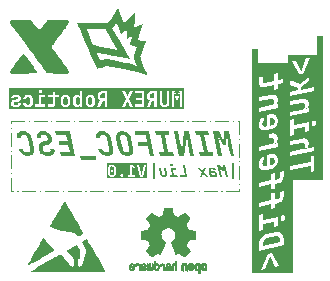
<source format=gbr>
%TF.GenerationSoftware,KiCad,Pcbnew,8.99.0-2194-gb3b7cbcab2*%
%TF.CreationDate,2024-11-16T00:43:09-05:00*%
%TF.ProjectId,minifoc esc,6d696e69-666f-4632-9065-73632e6b6963,V1.0*%
%TF.SameCoordinates,Original*%
%TF.FileFunction,Legend,Bot*%
%TF.FilePolarity,Positive*%
%FSLAX46Y46*%
G04 Gerber Fmt 4.6, Leading zero omitted, Abs format (unit mm)*
G04 Created by KiCad (PCBNEW 8.99.0-2194-gb3b7cbcab2) date 2024-11-16 00:43:09*
%MOMM*%
%LPD*%
G01*
G04 APERTURE LIST*
%ADD10C,0.100000*%
%ADD11C,0.300000*%
%ADD12C,0.250000*%
%ADD13C,0.010000*%
%ADD14C,0.000000*%
%ADD15C,0.650000*%
%ADD16O,1.000000X2.100000*%
%ADD17O,1.000000X1.600000*%
%ADD18R,4.000000X4.000000*%
G04 APERTURE END LIST*
D10*
X158160000Y-104990000D02*
X158570000Y-104990000D01*
X158570000Y-112820000D01*
X158160000Y-112820000D01*
X158160000Y-104990000D01*
G36*
X158160000Y-104990000D02*
G01*
X158570000Y-104990000D01*
X158570000Y-112820000D01*
X158160000Y-112820000D01*
X158160000Y-104990000D01*
G37*
X155620000Y-95170000D02*
X158270000Y-95170000D01*
X158270000Y-95890000D01*
X155620000Y-95890000D01*
X155620000Y-95170000D01*
G36*
X155620000Y-95170000D02*
G01*
X158270000Y-95170000D01*
X158270000Y-95890000D01*
X155620000Y-95890000D01*
X155620000Y-95170000D01*
G37*
X155205000Y-93915000D02*
X155615000Y-93915000D01*
X155615000Y-112825000D01*
X155205000Y-112825000D01*
X155205000Y-93915000D01*
G36*
X155205000Y-93915000D02*
G01*
X155615000Y-93915000D01*
X155615000Y-112825000D01*
X155205000Y-112825000D01*
X155205000Y-93915000D01*
G37*
X158170000Y-104570000D02*
X160820000Y-104570000D01*
X160820000Y-104990000D01*
X158170000Y-104990000D01*
X158170000Y-104570000D01*
G36*
X158170000Y-104570000D02*
G01*
X160820000Y-104570000D01*
X160820000Y-104990000D01*
X158170000Y-104990000D01*
X158170000Y-104570000D01*
G37*
X160690000Y-92830000D02*
X161100000Y-92830000D01*
X161100000Y-104990000D01*
X160690000Y-104990000D01*
X160690000Y-92830000D01*
G36*
X160690000Y-92830000D02*
G01*
X161100000Y-92830000D01*
X161100000Y-104990000D01*
X160690000Y-104990000D01*
X160690000Y-92830000D01*
G37*
X134780000Y-100030000D02*
X135880000Y-100030000D01*
X136280000Y-100030000D02*
X136300000Y-100030000D01*
X136700000Y-100030000D02*
X137800000Y-100030000D01*
X138200000Y-100030000D02*
X138220000Y-100030000D01*
X138620000Y-100030000D02*
X139720000Y-100030000D01*
X140120000Y-100030000D02*
X140140000Y-100030000D01*
X140540000Y-100030000D02*
X141640000Y-100030000D01*
X142040000Y-100030000D02*
X142060000Y-100030000D01*
X142460000Y-100030000D02*
X143560000Y-100030000D01*
X143960000Y-100030000D02*
X143980000Y-100030000D01*
X144380000Y-100030000D02*
X145480000Y-100030000D01*
X145880000Y-100030000D02*
X145900000Y-100030000D01*
X146300000Y-100030000D02*
X147400000Y-100030000D01*
X147800000Y-100030000D02*
X147820000Y-100030000D01*
X148220000Y-100030000D02*
X149320000Y-100030000D01*
X149720000Y-100030000D02*
X149740000Y-100030000D01*
X150140000Y-100030000D02*
X151240000Y-100030000D01*
X151640000Y-100030000D02*
X151660000Y-100030000D01*
X152060000Y-100030000D02*
X153160000Y-100030000D01*
X153560000Y-100030000D02*
X153580000Y-100030000D01*
X153980000Y-100030000D02*
X154130000Y-100030000D01*
X154130000Y-100030000D02*
X154130000Y-101130000D01*
X154130000Y-101530000D02*
X154130000Y-101550000D01*
X154130000Y-101950000D02*
X154130000Y-103050000D01*
X154130000Y-103450000D02*
X154130000Y-103470000D01*
X154130000Y-103870000D02*
X154130000Y-104970000D01*
X154130000Y-105370000D02*
X154130000Y-105390000D01*
X154130000Y-105790000D02*
X154130000Y-105980000D01*
X154130000Y-105980000D02*
X153030000Y-105980000D01*
X152630000Y-105980000D02*
X152610000Y-105980000D01*
X152210000Y-105980000D02*
X151110000Y-105980000D01*
X150710000Y-105980000D02*
X150690000Y-105980000D01*
X150290000Y-105980000D02*
X149190000Y-105980000D01*
X148790000Y-105980000D02*
X148770000Y-105980000D01*
X148370000Y-105980000D02*
X147270000Y-105980000D01*
X146870000Y-105980000D02*
X146850000Y-105980000D01*
X146450000Y-105980000D02*
X145350000Y-105980000D01*
X144950000Y-105980000D02*
X144930000Y-105980000D01*
X144530000Y-105980000D02*
X143430000Y-105980000D01*
X143030000Y-105980000D02*
X143010000Y-105980000D01*
X142610000Y-105980000D02*
X141510000Y-105980000D01*
X141110000Y-105980000D02*
X141090000Y-105980000D01*
X140690000Y-105980000D02*
X139590000Y-105980000D01*
X139190000Y-105980000D02*
X139170000Y-105980000D01*
X138770000Y-105980000D02*
X137670000Y-105980000D01*
X137270000Y-105980000D02*
X137250000Y-105980000D01*
X136850000Y-105980000D02*
X135750000Y-105980000D01*
X135350000Y-105980000D02*
X135330000Y-105980000D01*
X134930000Y-105980000D02*
X134780000Y-105980000D01*
X134780000Y-105980000D02*
X134780000Y-104880000D01*
X134780000Y-104480000D02*
X134780000Y-104460000D01*
X134780000Y-104060000D02*
X134780000Y-102960000D01*
X134780000Y-102560000D02*
X134780000Y-102540000D01*
X134780000Y-102140000D02*
X134780000Y-101040000D01*
X134780000Y-100640000D02*
X134780000Y-100620000D01*
X134780000Y-100220000D02*
X134780000Y-100030000D01*
D11*
G36*
X144085422Y-91141814D02*
G01*
X144335526Y-91743628D01*
X144805694Y-91292267D01*
X145298576Y-90813063D01*
X145253635Y-91508911D01*
X145210648Y-92170565D01*
X145565045Y-91993489D01*
X145947041Y-91802491D01*
X145745540Y-92516901D01*
X145551123Y-93200048D01*
X145870593Y-93253293D01*
X146207648Y-93309713D01*
X146182735Y-93381277D01*
X146160997Y-93438674D01*
X145958764Y-93988464D01*
X145756043Y-94543872D01*
X145751158Y-94565366D01*
X145756287Y-94587103D01*
X145832735Y-94819867D01*
X145914801Y-95046524D01*
X146089923Y-95514249D01*
X146264801Y-95981974D01*
X146289469Y-96055491D01*
X146323907Y-96140000D01*
X146291912Y-96137313D01*
X146278478Y-96134626D01*
X145500809Y-95929218D01*
X144724361Y-95724054D01*
X144483782Y-95661284D01*
X144243203Y-95603886D01*
X144033154Y-95562854D01*
X143822372Y-95527438D01*
X143368569Y-95442442D01*
X142915254Y-95357934D01*
X142894249Y-95357934D01*
X142873733Y-95357934D01*
X142634375Y-95442198D01*
X142393551Y-95521821D01*
X142254089Y-95567983D01*
X142109986Y-95615854D01*
X142097285Y-95597780D01*
X142089469Y-95584591D01*
X141927536Y-95247048D01*
X141766092Y-94916099D01*
X141517208Y-94388290D01*
X141454783Y-94245163D01*
X142044284Y-94245163D01*
X142100216Y-94357027D01*
X142157613Y-94477194D01*
X142267034Y-94704096D01*
X142370837Y-94925624D01*
X142388422Y-94949071D01*
X142409427Y-94943942D01*
X142574535Y-94891674D01*
X142738178Y-94834277D01*
X142850041Y-94806434D01*
X142967034Y-94817669D01*
X143385177Y-94896803D01*
X143808939Y-94976182D01*
X144115219Y-95030893D01*
X144421744Y-95090976D01*
X144714591Y-95162295D01*
X145001821Y-95238743D01*
X145223105Y-95298827D01*
X145445366Y-95353782D01*
X145450495Y-95356224D01*
X145453670Y-95362330D01*
X145427048Y-95295408D01*
X145402623Y-95226775D01*
X145317871Y-94972763D01*
X145227501Y-94718506D01*
X145201410Y-94613302D01*
X145202344Y-94518227D01*
X145260230Y-94324542D01*
X145366964Y-94037801D01*
X145468569Y-93748862D01*
X145473210Y-93739092D01*
X145478339Y-93733963D01*
X145181828Y-93687313D01*
X144863824Y-93633579D01*
X144983991Y-93220809D01*
X145096587Y-92832707D01*
X144866510Y-92942861D01*
X144613719Y-93066203D01*
X144641807Y-92607027D01*
X144671605Y-92172519D01*
X144667697Y-92173984D01*
X144669162Y-92167390D01*
X144414417Y-92418960D01*
X144143796Y-92684207D01*
X143923244Y-92159330D01*
X143712951Y-91659120D01*
X143641877Y-91767076D01*
X143562498Y-91881870D01*
X143475059Y-92018646D01*
X143387620Y-92149804D01*
X143375163Y-92178869D01*
X143382002Y-92206957D01*
X143691214Y-92743070D01*
X144000181Y-93284556D01*
X144421500Y-94022903D01*
X144842086Y-94765889D01*
X144850635Y-94774438D01*
X144854298Y-94801793D01*
X144145017Y-94663307D01*
X143439644Y-94520914D01*
X142734270Y-94384382D01*
X142044284Y-94245163D01*
X141454783Y-94245163D01*
X141284445Y-93854619D01*
X141087829Y-93384696D01*
X140885596Y-92914284D01*
X140688736Y-92443872D01*
X140617689Y-92279009D01*
X141206043Y-92279009D01*
X141239016Y-92355701D01*
X141271500Y-92437522D01*
X141520383Y-93028590D01*
X141769267Y-93618925D01*
X141782944Y-93634801D01*
X141801263Y-93641639D01*
X142403565Y-93762295D01*
X142999518Y-93882463D01*
X143390551Y-93961842D01*
X143780851Y-94040732D01*
X143797215Y-94040732D01*
X143809427Y-94042442D01*
X143786957Y-94006050D01*
X143756915Y-93954026D01*
X143527327Y-93543942D01*
X143292121Y-93136545D01*
X143056915Y-92723531D01*
X142827327Y-92313203D01*
X142802903Y-92286336D01*
X142768464Y-92279009D01*
X142003007Y-92279009D01*
X141242679Y-92279009D01*
X141206043Y-92279009D01*
X140617689Y-92279009D01*
X140486015Y-91973461D01*
X140442540Y-91864284D01*
X140388318Y-91738499D01*
X140433258Y-91738499D01*
X140455240Y-91738499D01*
X141089539Y-91738499D01*
X141715778Y-91738499D01*
X142347390Y-91738499D01*
X142976315Y-91738499D01*
X143003670Y-91736057D01*
X143024431Y-91719937D01*
X143300425Y-91304480D01*
X143576664Y-90883405D01*
X143691702Y-90708283D01*
X143819930Y-90515575D01*
X144085422Y-91141814D01*
G37*
D12*
G36*
X153145383Y-104760000D02*
G01*
X152932892Y-103738026D01*
X152710753Y-103738026D01*
X152689931Y-104177114D01*
X152484279Y-103738026D01*
X152260430Y-103738026D01*
X152472922Y-104760000D01*
X152632107Y-104760000D01*
X152542775Y-104330254D01*
X152500399Y-104147744D01*
X152450451Y-103964195D01*
X152402458Y-103802812D01*
X152650120Y-104316699D01*
X152790560Y-104316699D01*
X152822677Y-103815451D01*
X152836538Y-103960837D01*
X152861024Y-104135654D01*
X152896927Y-104330254D01*
X152986259Y-104760000D01*
X153145383Y-104760000D01*
G37*
G36*
X151871645Y-103980304D02*
G01*
X151931720Y-103992722D01*
X151985317Y-104012684D01*
X152033346Y-104040033D01*
X152076732Y-104075216D01*
X152110758Y-104114634D01*
X152136343Y-104158691D01*
X152153879Y-104208133D01*
X151988954Y-104208133D01*
X151977911Y-104181404D01*
X151960581Y-104159342D01*
X151936198Y-104141271D01*
X151891915Y-104124136D01*
X151835143Y-104117946D01*
X151792409Y-104121893D01*
X151762504Y-104132235D01*
X151742025Y-104147683D01*
X151728594Y-104169075D01*
X151722898Y-104197020D01*
X151726332Y-104234206D01*
X151737445Y-104287817D01*
X151920566Y-104287817D01*
X151977952Y-104291320D01*
X152030060Y-104301469D01*
X152077615Y-104317920D01*
X152122090Y-104341058D01*
X152160449Y-104369315D01*
X152193325Y-104402855D01*
X152220190Y-104441274D01*
X152240641Y-104484482D01*
X152254691Y-104533220D01*
X152261276Y-104587618D01*
X152257699Y-104633660D01*
X152245219Y-104673141D01*
X152224099Y-104707487D01*
X152195297Y-104735445D01*
X152159069Y-104756029D01*
X152113768Y-104769212D01*
X152057098Y-104773982D01*
X151989873Y-104768063D01*
X151932412Y-104751207D01*
X151881708Y-104723323D01*
X151841310Y-104686543D01*
X151811442Y-104641272D01*
X151801764Y-104612599D01*
X151800338Y-104612599D01*
X151830990Y-104760000D01*
X151664295Y-104760000D01*
X151589923Y-104402184D01*
X151761259Y-104402184D01*
X151780066Y-104492798D01*
X151793236Y-104532233D01*
X151814756Y-104565539D01*
X151845279Y-104593731D01*
X151881637Y-104614382D01*
X151923588Y-104627127D01*
X151972468Y-104631589D01*
X152013582Y-104627497D01*
X152043383Y-104616570D01*
X152064731Y-104599837D01*
X152079190Y-104577144D01*
X152085407Y-104549807D01*
X152082683Y-104515879D01*
X152072276Y-104483804D01*
X152055737Y-104456632D01*
X152032735Y-104433569D01*
X152005025Y-104416368D01*
X151973238Y-104405849D01*
X151936320Y-104402184D01*
X151761259Y-104402184D01*
X151589923Y-104402184D01*
X151555668Y-104237381D01*
X151548372Y-104174933D01*
X151553390Y-104123632D01*
X151568979Y-104080920D01*
X151594869Y-104044856D01*
X151629241Y-104016628D01*
X151673808Y-103995194D01*
X151731019Y-103981140D01*
X151804002Y-103975980D01*
X151871645Y-103980304D01*
G37*
G36*
X151492348Y-104760000D02*
G01*
X151146622Y-104362189D01*
X151314966Y-103990024D01*
X151120915Y-103990024D01*
X151043796Y-104178885D01*
X151032011Y-104216559D01*
X151024195Y-104250020D01*
X151003007Y-104216559D01*
X150975408Y-104178885D01*
X150819764Y-103990024D01*
X150625774Y-103990024D01*
X150948236Y-104362739D01*
X150769206Y-104760000D01*
X150963196Y-104760000D01*
X151050451Y-104548974D01*
X151062480Y-104509956D01*
X151071029Y-104475457D01*
X151093560Y-104509956D01*
X151122442Y-104548974D01*
X151298297Y-104760000D01*
X151492348Y-104760000D01*
G37*
G36*
X149697163Y-104760000D02*
G01*
X149484672Y-103738026D01*
X149313274Y-103738026D01*
X149492854Y-104601791D01*
X149069092Y-104601791D01*
X149102004Y-104760000D01*
X149697163Y-104760000D01*
G37*
G36*
X148919494Y-104760000D02*
G01*
X148886582Y-104601791D01*
X148630005Y-104601791D01*
X148535727Y-104148171D01*
X148764949Y-104148171D01*
X148732037Y-103990024D01*
X148331479Y-103990024D01*
X148458668Y-104601791D01*
X148227004Y-104601791D01*
X148259916Y-104760000D01*
X148919494Y-104760000D01*
G37*
G36*
X148401516Y-103861247D02*
G01*
X148434863Y-103857817D01*
X148459649Y-103848543D01*
X148477964Y-103834136D01*
X148490310Y-103814713D01*
X148495608Y-103790857D01*
X148493107Y-103760741D01*
X148483492Y-103731265D01*
X148468297Y-103706791D01*
X148447250Y-103686491D01*
X148407996Y-103666158D01*
X148359506Y-103659075D01*
X148326230Y-103662538D01*
X148301506Y-103671910D01*
X148283241Y-103686491D01*
X148270932Y-103706037D01*
X148265677Y-103730162D01*
X148268281Y-103760741D01*
X148277763Y-103789770D01*
X148292866Y-103813968D01*
X148313893Y-103834136D01*
X148353066Y-103854236D01*
X148401516Y-103861247D01*
G37*
G36*
X147777353Y-104773982D02*
G01*
X147848588Y-104768063D01*
X147905216Y-104751754D01*
X147950203Y-104726379D01*
X147985692Y-104692039D01*
X148011376Y-104649822D01*
X148026563Y-104599983D01*
X148030630Y-104540433D01*
X148021657Y-104468557D01*
X147922128Y-103990024D01*
X147750853Y-103990024D01*
X147850198Y-104467702D01*
X147855558Y-104515783D01*
X147850836Y-104552559D01*
X147837925Y-104580969D01*
X147816612Y-104602804D01*
X147786849Y-104616557D01*
X147745662Y-104621636D01*
X147704125Y-104616972D01*
X147668004Y-104603453D01*
X147636058Y-104580969D01*
X147610123Y-104551313D01*
X147590041Y-104514077D01*
X147576036Y-104467702D01*
X147476690Y-103990024D01*
X147305354Y-103990024D01*
X147404883Y-104468557D01*
X147424788Y-104537790D01*
X147453124Y-104597353D01*
X147489701Y-104648594D01*
X147534881Y-104692466D01*
X147587093Y-104727805D01*
X147644244Y-104753114D01*
X147707267Y-104768629D01*
X147777353Y-104773982D01*
G37*
D11*
G36*
X157399799Y-109800525D02*
G01*
X157461922Y-109834888D01*
X157509252Y-109887501D01*
X157539066Y-109957895D01*
X157549972Y-110051898D01*
X157549972Y-110303712D01*
X156134096Y-110598025D01*
X156134096Y-110346210D01*
X156144246Y-110251331D01*
X156173772Y-110167582D01*
X156222878Y-110092442D01*
X156288007Y-110030302D01*
X156366405Y-109984511D01*
X156460648Y-109954689D01*
X157226228Y-109795565D01*
X157323079Y-109786465D01*
X157399799Y-109800525D01*
G37*
G36*
X156972310Y-103171843D02*
G01*
X157033032Y-103198810D01*
X157079373Y-103244154D01*
X157109081Y-103310077D01*
X157120226Y-103404218D01*
X157109832Y-103499319D01*
X157080131Y-103579438D01*
X157031444Y-103647850D01*
X156966943Y-103703030D01*
X156885520Y-103746138D01*
X156783660Y-103776566D01*
X156729804Y-103787801D01*
X156732975Y-103185474D01*
X156786835Y-103174263D01*
X156892496Y-103162193D01*
X156972310Y-103171843D01*
G37*
G36*
X156972310Y-99814969D02*
G01*
X157033032Y-99841936D01*
X157079373Y-99887280D01*
X157109081Y-99953203D01*
X157120226Y-100047344D01*
X157109832Y-100142446D01*
X157080131Y-100222564D01*
X157031444Y-100290976D01*
X156966943Y-100346157D01*
X156885520Y-100389264D01*
X156783660Y-100419692D01*
X156729804Y-100430928D01*
X156732975Y-99828600D01*
X156786835Y-99817390D01*
X156892496Y-99805320D01*
X156972310Y-99814969D01*
G37*
G36*
X158244071Y-112871032D02*
G01*
X155569812Y-112871032D01*
X155569812Y-112648810D01*
X155975826Y-112648810D01*
X156299692Y-112581399D01*
X156674483Y-111709085D01*
X156716981Y-111592459D01*
X156740062Y-111503921D01*
X156762777Y-111584766D01*
X156803932Y-111682219D01*
X157179944Y-112398461D01*
X157508939Y-112330073D01*
X156918360Y-111227194D01*
X156567993Y-111300101D01*
X155975826Y-112648810D01*
X155569812Y-112648810D01*
X155569812Y-110411545D01*
X155820000Y-110411545D01*
X155820000Y-111006154D01*
X157863946Y-110581172D01*
X157863946Y-109986563D01*
X157854297Y-109853484D01*
X157827338Y-109743122D01*
X157785055Y-109651461D01*
X157725002Y-109571439D01*
X157651677Y-109510037D01*
X157563283Y-109465593D01*
X157466778Y-109441135D01*
X157355617Y-109435959D01*
X157226228Y-109452770D01*
X156460648Y-109611894D01*
X156336037Y-109647277D01*
X156224277Y-109698275D01*
X156123715Y-109764912D01*
X156034545Y-109846193D01*
X155960121Y-109938692D01*
X155899623Y-110043471D01*
X155855888Y-110156298D01*
X155829163Y-110278410D01*
X155824497Y-110346210D01*
X155820000Y-110411545D01*
X155569812Y-110411545D01*
X155569812Y-108005143D01*
X155820000Y-108005143D01*
X155820000Y-109324298D01*
X156136416Y-109258475D01*
X156136416Y-108745321D01*
X157043656Y-108556765D01*
X157043656Y-109015209D01*
X157359951Y-108949385D01*
X157359951Y-108288342D01*
X157617505Y-108288342D01*
X157624364Y-108355037D01*
X157642913Y-108404610D01*
X157671727Y-108441238D01*
X157710572Y-108465931D01*
X157758285Y-108476526D01*
X157818517Y-108471524D01*
X157877468Y-108452296D01*
X157926416Y-108421905D01*
X157967016Y-108379811D01*
X158007683Y-108301303D01*
X158021849Y-108204323D01*
X158014922Y-108137771D01*
X157996179Y-108088323D01*
X157967016Y-108051793D01*
X157927925Y-108027174D01*
X157879674Y-108016665D01*
X157818517Y-108021873D01*
X157760459Y-108040836D01*
X157712062Y-108071042D01*
X157671727Y-108113098D01*
X157631527Y-108191442D01*
X157617505Y-108288342D01*
X157359951Y-108288342D01*
X157359951Y-108148269D01*
X156136416Y-108402648D01*
X156136416Y-107939319D01*
X155820000Y-108005143D01*
X155569812Y-108005143D01*
X155569812Y-106963325D01*
X155820000Y-106963325D01*
X155820000Y-107305875D01*
X156833607Y-107095094D01*
X156833607Y-107510917D01*
X157150024Y-107445216D01*
X157150024Y-107029392D01*
X157422843Y-106972606D01*
X157549635Y-106931367D01*
X157655592Y-106865954D01*
X157744145Y-106775136D01*
X157809979Y-106666000D01*
X157850057Y-106542665D01*
X157863946Y-106401444D01*
X157863946Y-105960586D01*
X157555833Y-106024699D01*
X157555833Y-106457620D01*
X157546213Y-106520499D01*
X157518464Y-106571437D01*
X157474675Y-106609288D01*
X157414661Y-106631765D01*
X157150024Y-106686842D01*
X157150024Y-106109085D01*
X156833607Y-106174787D01*
X156833607Y-106752543D01*
X155820000Y-106963325D01*
X155569812Y-106963325D01*
X155569812Y-105284888D01*
X155820000Y-105284888D01*
X155820000Y-105627438D01*
X156833607Y-105416657D01*
X156833607Y-105832480D01*
X157150024Y-105766779D01*
X157150024Y-105350956D01*
X157422843Y-105294169D01*
X157549635Y-105252930D01*
X157655592Y-105187517D01*
X157744145Y-105096699D01*
X157809979Y-104987564D01*
X157850057Y-104864228D01*
X157863946Y-104723007D01*
X157863946Y-104282149D01*
X157555833Y-104346263D01*
X157555833Y-104779183D01*
X157546213Y-104842062D01*
X157518464Y-104893000D01*
X157474675Y-104930851D01*
X157414661Y-104953328D01*
X157150024Y-105008405D01*
X157150024Y-104430648D01*
X156833607Y-104496350D01*
X156833607Y-105074106D01*
X155820000Y-105284888D01*
X155569812Y-105284888D01*
X155569812Y-103680457D01*
X155792034Y-103680457D01*
X155801263Y-103805815D01*
X155827134Y-103910439D01*
X155867871Y-103997972D01*
X155925729Y-104074120D01*
X155996592Y-104132173D01*
X156082316Y-104173705D01*
X156175807Y-104196096D01*
X156283273Y-104200363D01*
X156408014Y-104183963D01*
X156772058Y-104108248D01*
X156893976Y-104073958D01*
X157002121Y-104025337D01*
X157098244Y-103962557D01*
X157183490Y-103885665D01*
X157254543Y-103797766D01*
X157312201Y-103697798D01*
X157353930Y-103590005D01*
X157379348Y-103474144D01*
X157388039Y-103348653D01*
X157378838Y-103223346D01*
X157353106Y-103119293D01*
X157312690Y-103032725D01*
X157255431Y-102957184D01*
X157185699Y-102899375D01*
X157101786Y-102857725D01*
X157010190Y-102834819D01*
X156905225Y-102830016D01*
X156783660Y-102845757D01*
X156502658Y-102904253D01*
X156502658Y-103787801D01*
X156502658Y-103835062D01*
X156396413Y-103857166D01*
X156293150Y-103868208D01*
X156216741Y-103856753D01*
X156159741Y-103827369D01*
X156117012Y-103779967D01*
X156089518Y-103713334D01*
X156079263Y-103620739D01*
X156089399Y-103516809D01*
X156118220Y-103429131D01*
X156166606Y-103357892D01*
X156228374Y-103316535D01*
X156228374Y-102978747D01*
X156105810Y-103042308D01*
X156000680Y-103130926D01*
X155911102Y-103247414D01*
X155845398Y-103379524D01*
X155805637Y-103522936D01*
X155792034Y-103680457D01*
X155569812Y-103680457D01*
X155569812Y-102211580D01*
X155820000Y-102211580D01*
X155820000Y-102554375D01*
X157359951Y-102234173D01*
X157359951Y-101899438D01*
X157049640Y-101964040D01*
X157049640Y-101962859D01*
X157088276Y-101950701D01*
X157190266Y-101891445D01*
X157273977Y-101811632D01*
X157336752Y-101714626D01*
X157374840Y-101604488D01*
X157388039Y-101477630D01*
X157377244Y-101364088D01*
X157347488Y-101274921D01*
X157300775Y-101204820D01*
X157236364Y-101150345D01*
X157159959Y-101113818D01*
X157067035Y-101093169D01*
X156953371Y-101090563D01*
X156813946Y-101109923D01*
X156669232Y-101139965D01*
X156669232Y-101482515D01*
X156797581Y-101455893D01*
X156891109Y-101445757D01*
X156960211Y-101455942D01*
X157011660Y-101482271D01*
X157050210Y-101524873D01*
X157075118Y-101585397D01*
X157084445Y-101670216D01*
X157074821Y-101756584D01*
X157047162Y-101830214D01*
X157001524Y-101893942D01*
X156941163Y-101945191D01*
X156863266Y-101985917D01*
X156763998Y-102015331D01*
X155820000Y-102211580D01*
X155569812Y-102211580D01*
X155569812Y-100323583D01*
X155792034Y-100323583D01*
X155801263Y-100448941D01*
X155827134Y-100553565D01*
X155867871Y-100641099D01*
X155925729Y-100717247D01*
X155996592Y-100775300D01*
X156082316Y-100816831D01*
X156175807Y-100839222D01*
X156283273Y-100843489D01*
X156408014Y-100827090D01*
X156772058Y-100751374D01*
X156893976Y-100717084D01*
X157002121Y-100668463D01*
X157098244Y-100605683D01*
X157183490Y-100528792D01*
X157254543Y-100440892D01*
X157312201Y-100340924D01*
X157353930Y-100233132D01*
X157379348Y-100117271D01*
X157388039Y-99991779D01*
X157378838Y-99866472D01*
X157353106Y-99762419D01*
X157312690Y-99675851D01*
X157255431Y-99600310D01*
X157185699Y-99542502D01*
X157101786Y-99500851D01*
X157010190Y-99477945D01*
X156905225Y-99473142D01*
X156783660Y-99488883D01*
X156502658Y-99547379D01*
X156502658Y-100430928D01*
X156502658Y-100478189D01*
X156396413Y-100500293D01*
X156293150Y-100511334D01*
X156216741Y-100499879D01*
X156159741Y-100470495D01*
X156117012Y-100423093D01*
X156089518Y-100356461D01*
X156079263Y-100263866D01*
X156089399Y-100159935D01*
X156118220Y-100072257D01*
X156166606Y-100001018D01*
X156228374Y-99959661D01*
X156228374Y-99621873D01*
X156105810Y-99685434D01*
X156000680Y-99774052D01*
X155911102Y-99890540D01*
X155845398Y-100022650D01*
X155805637Y-100166063D01*
X155792034Y-100323583D01*
X155569812Y-100323583D01*
X155569812Y-98024036D01*
X155820000Y-98024036D01*
X155820000Y-98366709D01*
X156788300Y-98165453D01*
X156883413Y-98155008D01*
X156954984Y-98164924D01*
X157009340Y-98191221D01*
X157050940Y-98233978D01*
X157077133Y-98292581D01*
X157086765Y-98372449D01*
X157077673Y-98454593D01*
X157051315Y-98526213D01*
X157007508Y-98589703D01*
X156949640Y-98641192D01*
X156876129Y-98681170D01*
X156783660Y-98709138D01*
X155820000Y-98909539D01*
X155820000Y-99252212D01*
X157359951Y-98932009D01*
X157359951Y-98597397D01*
X157066004Y-98658579D01*
X157066004Y-98656854D01*
X157101376Y-98645321D01*
X157198442Y-98587133D01*
X157278740Y-98508370D01*
X157339116Y-98413399D01*
X157375512Y-98307459D01*
X157388039Y-98187435D01*
X157377513Y-98078312D01*
X157348193Y-97990586D01*
X157301659Y-97919734D01*
X157236974Y-97862836D01*
X157160300Y-97823459D01*
X157069644Y-97800825D01*
X156961444Y-97796473D01*
X156831409Y-97813743D01*
X155820000Y-98024036D01*
X155569812Y-98024036D01*
X155569812Y-96341570D01*
X155820000Y-96341570D01*
X155820000Y-96811859D01*
X155828937Y-96917122D01*
X155853624Y-97001110D01*
X155892171Y-97068145D01*
X155944563Y-97121315D01*
X156008631Y-97159576D01*
X156084229Y-97182136D01*
X156174492Y-97188013D01*
X156283328Y-97174316D01*
X157043656Y-97016290D01*
X157043656Y-97433091D01*
X157359951Y-97367267D01*
X157359951Y-96950467D01*
X157793970Y-96860219D01*
X157793970Y-96517669D01*
X157359951Y-96607916D01*
X157359951Y-96007690D01*
X157043656Y-96073513D01*
X157043656Y-96673740D01*
X156291510Y-96830055D01*
X156226983Y-96833421D01*
X156179647Y-96816133D01*
X156147955Y-96779955D01*
X156136416Y-96721856D01*
X156136416Y-96275746D01*
X155820000Y-96341570D01*
X155569812Y-96341570D01*
X155569812Y-95785468D01*
X158244071Y-95785468D01*
X158244071Y-112871032D01*
G37*
D12*
G36*
X143379568Y-103880280D02*
G01*
X143417650Y-103894443D01*
X143448628Y-103917240D01*
X143472054Y-103947648D01*
X143486419Y-103984331D01*
X143491493Y-104029103D01*
X143491493Y-104468923D01*
X143486379Y-104513624D01*
X143471883Y-104550310D01*
X143448201Y-104580786D01*
X143417006Y-104603613D01*
X143378901Y-104617762D01*
X143331941Y-104622796D01*
X143284991Y-104617753D01*
X143247042Y-104603597D01*
X143216109Y-104580786D01*
X143192642Y-104550337D01*
X143178261Y-104513651D01*
X143173183Y-104468923D01*
X143173183Y-104244525D01*
X143240167Y-104244525D01*
X143246862Y-104283310D01*
X143265446Y-104310348D01*
X143293883Y-104327323D01*
X143332063Y-104333368D01*
X143370252Y-104327338D01*
X143398986Y-104310348D01*
X143417759Y-104283288D01*
X143424509Y-104244525D01*
X143417815Y-104207245D01*
X143399108Y-104181205D01*
X143370514Y-104164883D01*
X143332063Y-104159040D01*
X143293662Y-104164894D01*
X143265324Y-104181205D01*
X143246806Y-104207223D01*
X143240167Y-104244525D01*
X143173183Y-104244525D01*
X143173183Y-104029103D01*
X143178264Y-103984335D01*
X143192648Y-103947653D01*
X143216109Y-103917240D01*
X143247051Y-103894448D01*
X143285130Y-103880283D01*
X143332369Y-103875230D01*
X143379568Y-103880280D01*
G37*
G36*
X146345479Y-104898982D02*
G01*
X142882953Y-104898982D01*
X142882953Y-104029103D01*
X143007953Y-104029103D01*
X143007953Y-104468923D01*
X143012626Y-104529153D01*
X143026065Y-104582282D01*
X143047826Y-104629513D01*
X143077930Y-104671763D01*
X143115147Y-104707111D01*
X143160239Y-104736064D01*
X143209972Y-104756625D01*
X143266769Y-104769477D01*
X143331941Y-104773982D01*
X143397114Y-104769484D01*
X143454063Y-104756638D01*
X143504071Y-104736064D01*
X143549400Y-104707091D01*
X143586752Y-104671740D01*
X143605573Y-104645389D01*
X144041222Y-104645389D01*
X144045432Y-104681868D01*
X144057456Y-104712354D01*
X144077248Y-104738201D01*
X144103182Y-104757785D01*
X144134148Y-104769765D01*
X144171587Y-104773982D01*
X144208987Y-104769768D01*
X144239956Y-104757790D01*
X144265926Y-104738201D01*
X144285682Y-104712358D01*
X144297687Y-104681872D01*
X144301891Y-104645389D01*
X144297662Y-104607954D01*
X144295276Y-104601791D01*
X144658424Y-104601791D01*
X144658424Y-104760000D01*
X145312934Y-104760000D01*
X145312934Y-104601791D01*
X145047259Y-104601791D01*
X145047259Y-103907836D01*
X145314583Y-104103536D01*
X145314583Y-103907775D01*
X145078705Y-103738026D01*
X145479508Y-103738026D01*
X145735963Y-104760000D01*
X145962986Y-104760000D01*
X146220479Y-103738026D01*
X146040045Y-103738026D01*
X145884706Y-104404321D01*
X145862053Y-104510078D01*
X145845322Y-104600570D01*
X145829263Y-104509773D01*
X145807220Y-104402916D01*
X145657255Y-103738026D01*
X145479508Y-103738026D01*
X145078705Y-103738026D01*
X144872076Y-103738026D01*
X144872076Y-104601791D01*
X144658424Y-104601791D01*
X144295276Y-104601791D01*
X144285629Y-104576879D01*
X144265926Y-104550744D01*
X144239915Y-104530831D01*
X144208947Y-104518683D01*
X144171587Y-104514413D01*
X144134188Y-104518686D01*
X144103223Y-104530836D01*
X144077248Y-104550744D01*
X144057509Y-104576884D01*
X144045457Y-104607959D01*
X144041222Y-104645389D01*
X143605573Y-104645389D01*
X143616912Y-104629513D01*
X143638638Y-104582285D01*
X143652057Y-104529156D01*
X143656723Y-104468923D01*
X143656723Y-104029103D01*
X143652047Y-103968584D01*
X143638620Y-103915363D01*
X143616912Y-103868208D01*
X143586791Y-103826025D01*
X143549479Y-103790736D01*
X143504193Y-103761840D01*
X143454231Y-103741293D01*
X143397399Y-103728470D01*
X143332430Y-103723982D01*
X143266509Y-103728503D01*
X143209478Y-103741356D01*
X143159933Y-103761840D01*
X143115035Y-103790700D01*
X143077915Y-103825984D01*
X143047826Y-103868208D01*
X143026083Y-103915366D01*
X143012636Y-103968587D01*
X143007953Y-104029103D01*
X142882953Y-104029103D01*
X142882953Y-103598982D01*
X146345479Y-103598982D01*
X146345479Y-104898982D01*
G37*
D11*
G36*
X153700767Y-102965000D02*
G01*
X153275785Y-100921053D01*
X152831507Y-100921053D01*
X152789863Y-101799228D01*
X152378558Y-100921053D01*
X151930861Y-100921053D01*
X152355844Y-102965000D01*
X152674214Y-102965000D01*
X152495551Y-102105509D01*
X152410799Y-101740488D01*
X152310903Y-101373391D01*
X152214916Y-101050624D01*
X152710240Y-102078398D01*
X152991120Y-102078398D01*
X153055355Y-101075903D01*
X153083077Y-101366674D01*
X153132048Y-101716308D01*
X153203855Y-102105509D01*
X153382519Y-102965000D01*
X153700767Y-102965000D01*
G37*
G36*
X151924023Y-102965000D02*
G01*
X151858199Y-102648583D01*
X151456542Y-102648583D01*
X151163206Y-101237348D01*
X151564863Y-101237348D01*
X151499040Y-100921053D01*
X150350854Y-100921053D01*
X150416678Y-101237348D01*
X150818335Y-101237348D01*
X151111671Y-102648583D01*
X150710013Y-102648583D01*
X150775837Y-102965000D01*
X151924023Y-102965000D01*
G37*
G36*
X150294678Y-102965000D02*
G01*
X149869696Y-100921053D01*
X149453018Y-100921053D01*
X149240038Y-102572745D01*
X149212561Y-102361231D01*
X149175924Y-102112836D01*
X149135013Y-101888743D01*
X148933757Y-100921053D01*
X148623203Y-100921053D01*
X149048185Y-102965000D01*
X149464986Y-102965000D01*
X149673569Y-101313307D01*
X149699947Y-101508091D01*
X149736095Y-101743297D01*
X149776273Y-101964459D01*
X149984246Y-102965000D01*
X150294678Y-102965000D01*
G37*
G36*
X148567149Y-102965000D02*
G01*
X148501325Y-102648583D01*
X148099668Y-102648583D01*
X147806332Y-101237348D01*
X148207990Y-101237348D01*
X148142166Y-100921053D01*
X146993981Y-100921053D01*
X147059804Y-101237348D01*
X147461461Y-101237348D01*
X147754797Y-102648583D01*
X147353140Y-102648583D01*
X147418963Y-102965000D01*
X148567149Y-102965000D01*
G37*
G36*
X146916067Y-102965000D02*
G01*
X146491085Y-100921053D01*
X145249354Y-100921053D01*
X145316887Y-101245652D01*
X146221563Y-101245652D01*
X146335136Y-101792145D01*
X145501779Y-101792145D01*
X145569312Y-102116744D01*
X146397173Y-102116744D01*
X146573517Y-102965000D01*
X146916067Y-102965000D01*
G37*
G36*
X144347203Y-100903913D02*
G01*
X144474812Y-100935665D01*
X144590702Y-100987519D01*
X144696755Y-101060027D01*
X144787964Y-101149660D01*
X144862461Y-101255498D01*
X144920787Y-101379713D01*
X144962369Y-101525310D01*
X145136025Y-102360621D01*
X145155072Y-102511663D01*
X145147008Y-102635825D01*
X145116057Y-102738808D01*
X145063729Y-102825170D01*
X144990960Y-102895722D01*
X144899463Y-102947666D01*
X144785085Y-102980929D01*
X144642044Y-102992965D01*
X144500341Y-102981978D01*
X144372726Y-102950101D01*
X144256782Y-102898024D01*
X144150628Y-102825170D01*
X144059147Y-102735106D01*
X143984590Y-102629195D01*
X143926371Y-102505337D01*
X143885013Y-102360621D01*
X143711113Y-101524211D01*
X143695683Y-101401842D01*
X144037644Y-101401842D01*
X144048168Y-101497344D01*
X144233548Y-102388586D01*
X144261092Y-102479633D01*
X144300460Y-102551842D01*
X144351151Y-102608527D01*
X144413746Y-102650694D01*
X144488350Y-102676750D01*
X144578175Y-102685952D01*
X144666570Y-102676018D01*
X144729077Y-102649542D01*
X144772592Y-102608527D01*
X144799287Y-102554135D01*
X144809487Y-102482886D01*
X144799337Y-102388586D01*
X144613956Y-101497344D01*
X144586146Y-101405214D01*
X144546787Y-101332840D01*
X144496475Y-101276671D01*
X144434157Y-101235039D01*
X144359496Y-101209236D01*
X144269207Y-101200101D01*
X144178830Y-101210051D01*
X144116046Y-101236340D01*
X144073325Y-101276671D01*
X144047399Y-101330453D01*
X144037644Y-101401842D01*
X143695683Y-101401842D01*
X143692031Y-101372882D01*
X143700158Y-101248738D01*
X143731209Y-101145994D01*
X143783653Y-101060027D01*
X143856429Y-100989817D01*
X143947946Y-100938093D01*
X144062365Y-100904957D01*
X144205460Y-100892965D01*
X144347203Y-100903913D01*
G37*
G36*
X142941625Y-102992965D02*
G01*
X143067848Y-102983946D01*
X143173260Y-102958679D01*
X143261461Y-102918960D01*
X143338610Y-102862185D01*
X143397558Y-102792621D01*
X143440003Y-102708545D01*
X143463275Y-102616510D01*
X143468253Y-102510953D01*
X143452459Y-102388586D01*
X143267079Y-101497344D01*
X143232924Y-101376746D01*
X143184303Y-101270299D01*
X143121388Y-101176165D01*
X143044395Y-101093020D01*
X142956229Y-101023561D01*
X142855774Y-100967093D01*
X142747740Y-100926348D01*
X142631345Y-100901479D01*
X142505041Y-100892965D01*
X142377777Y-100902123D01*
X142272460Y-100927679D01*
X142185205Y-100967704D01*
X142108894Y-101024621D01*
X142050545Y-101093923D01*
X142008496Y-101177264D01*
X141985374Y-101268345D01*
X141980492Y-101373866D01*
X141996528Y-101497344D01*
X142339078Y-101497344D01*
X142329235Y-101402237D01*
X142340679Y-101330868D01*
X142369487Y-101276671D01*
X142415192Y-101236062D01*
X142479463Y-101209876D01*
X142568789Y-101200101D01*
X142658857Y-101209102D01*
X142735438Y-101234809D01*
X142801308Y-101276671D01*
X142855042Y-101333281D01*
X142896231Y-101405698D01*
X142924528Y-101497344D01*
X143109909Y-102388586D01*
X143119434Y-102482523D01*
X143107667Y-102553753D01*
X143078279Y-102608527D01*
X143031845Y-102649672D01*
X142967109Y-102676114D01*
X142877756Y-102685952D01*
X142787845Y-102676844D01*
X142711656Y-102650855D01*
X142646336Y-102608527D01*
X142593096Y-102551518D01*
X142552367Y-102479280D01*
X142524459Y-102388586D01*
X142181908Y-102388586D01*
X142215366Y-102506642D01*
X142263563Y-102612359D01*
X142326500Y-102707323D01*
X142403357Y-102791408D01*
X142491056Y-102861494D01*
X142590648Y-102918349D01*
X142697858Y-102959287D01*
X142814293Y-102984355D01*
X142941625Y-102992965D01*
G37*
G36*
X142016922Y-103351514D02*
G01*
X141951099Y-103034975D01*
X140636584Y-103034975D01*
X140702407Y-103351514D01*
X142016922Y-103351514D01*
G37*
G36*
X140180704Y-102965000D02*
G01*
X139755722Y-100921053D01*
X138557344Y-100921053D01*
X138621458Y-101229166D01*
X139483147Y-101229166D01*
X139593545Y-101760516D01*
X138827721Y-101760516D01*
X138889270Y-102056538D01*
X139655094Y-102056538D01*
X139779902Y-102656765D01*
X138918213Y-102656765D01*
X138982327Y-102965000D01*
X140180704Y-102965000D01*
G37*
G36*
X137920603Y-102992965D02*
G01*
X138054354Y-102984016D01*
X138166308Y-102958961D01*
X138260101Y-102919692D01*
X138342927Y-102862995D01*
X138405861Y-102793642D01*
X138451099Y-102710132D01*
X138476440Y-102617895D01*
X138482626Y-102511884D01*
X138467096Y-102388586D01*
X138130896Y-102388586D01*
X138138279Y-102478494D01*
X138122143Y-102549418D01*
X138084734Y-102606939D01*
X138029572Y-102649573D01*
X137955636Y-102676957D01*
X137856978Y-102687051D01*
X137760422Y-102677657D01*
X137677396Y-102650733D01*
X137605163Y-102606817D01*
X137545013Y-102547589D01*
X137501978Y-102477737D01*
X137475104Y-102395181D01*
X137467652Y-102327729D01*
X137474029Y-102268479D01*
X137493178Y-102215418D01*
X137525237Y-102170103D01*
X137570809Y-102135221D01*
X137633007Y-102110394D01*
X137887142Y-102040052D01*
X137986050Y-102004270D01*
X138067121Y-101957299D01*
X138133013Y-101899438D01*
X138185484Y-101830003D01*
X138222958Y-101751602D01*
X138244162Y-101665788D01*
X138248744Y-101570582D01*
X138235066Y-101463639D01*
X138203081Y-101351161D01*
X138157109Y-101251025D01*
X138097191Y-101161632D01*
X138023784Y-101082898D01*
X137938983Y-101016985D01*
X137841591Y-100963307D01*
X137737031Y-100924672D01*
X137624196Y-100901057D01*
X137501605Y-100892965D01*
X137377064Y-100901579D01*
X137273530Y-100925641D01*
X137187386Y-100963307D01*
X137111366Y-101017166D01*
X137053116Y-101082609D01*
X137010799Y-101161022D01*
X136986759Y-101247319D01*
X136980718Y-101345799D01*
X136994923Y-101459609D01*
X137331123Y-101459609D01*
X137324500Y-101381102D01*
X137338084Y-101318574D01*
X137369958Y-101267390D01*
X137417182Y-101229039D01*
X137480330Y-101204573D01*
X137564497Y-101195582D01*
X137648085Y-101203849D01*
X137720598Y-101227647D01*
X137784316Y-101266657D01*
X137837415Y-101318936D01*
X137875348Y-101380452D01*
X137898988Y-101453014D01*
X137905350Y-101514998D01*
X137897967Y-101566320D01*
X137878349Y-101609696D01*
X137827268Y-101661618D01*
X137746092Y-101698112D01*
X137484019Y-101769675D01*
X137383672Y-101805443D01*
X137301710Y-101854395D01*
X137235299Y-101916414D01*
X137182745Y-101992669D01*
X137146547Y-102077802D01*
X137126601Y-102171799D01*
X137123626Y-102276773D01*
X137139515Y-102395181D01*
X137172954Y-102512061D01*
X137221532Y-102616799D01*
X137285327Y-102710987D01*
X137363187Y-102793776D01*
X137453206Y-102863065D01*
X137556681Y-102919448D01*
X137667689Y-102959732D01*
X137788443Y-102984461D01*
X137920603Y-102992965D01*
G37*
G36*
X136227878Y-102992965D02*
G01*
X136354100Y-102983946D01*
X136459513Y-102958679D01*
X136547714Y-102918960D01*
X136624863Y-102862185D01*
X136683810Y-102792621D01*
X136726256Y-102708545D01*
X136749528Y-102616510D01*
X136754505Y-102510953D01*
X136738712Y-102388586D01*
X136553332Y-101497344D01*
X136519177Y-101376746D01*
X136470556Y-101270299D01*
X136407641Y-101176165D01*
X136330647Y-101093020D01*
X136242481Y-101023561D01*
X136142027Y-100967093D01*
X136033992Y-100926348D01*
X135917597Y-100901479D01*
X135791294Y-100892965D01*
X135664030Y-100902123D01*
X135558713Y-100927679D01*
X135471458Y-100967704D01*
X135395147Y-101024621D01*
X135336798Y-101093923D01*
X135294748Y-101177264D01*
X135271627Y-101268345D01*
X135266744Y-101373866D01*
X135282780Y-101497344D01*
X135625331Y-101497344D01*
X135615487Y-101402237D01*
X135626931Y-101330868D01*
X135655739Y-101276671D01*
X135701444Y-101236062D01*
X135765715Y-101209876D01*
X135855041Y-101200101D01*
X135945110Y-101209102D01*
X136021690Y-101234809D01*
X136087561Y-101276671D01*
X136141295Y-101333281D01*
X136182484Y-101405698D01*
X136210781Y-101497344D01*
X136396161Y-102388586D01*
X136405687Y-102482523D01*
X136393919Y-102553753D01*
X136364532Y-102608527D01*
X136318098Y-102649672D01*
X136253362Y-102676114D01*
X136164009Y-102685952D01*
X136074097Y-102676844D01*
X135997909Y-102650855D01*
X135932588Y-102608527D01*
X135879348Y-102551518D01*
X135838619Y-102479280D01*
X135810711Y-102388586D01*
X135468161Y-102388586D01*
X135501619Y-102506642D01*
X135549815Y-102612359D01*
X135612752Y-102707323D01*
X135689610Y-102791408D01*
X135777309Y-102861494D01*
X135876901Y-102918349D01*
X135984111Y-102959287D01*
X136100546Y-102984355D01*
X136227878Y-102992965D01*
G37*
D12*
G36*
X140501062Y-98023441D02*
G01*
X140543744Y-98041132D01*
X140577868Y-98069659D01*
X140602821Y-98107474D01*
X140618722Y-98155915D01*
X140624503Y-98218018D01*
X140624503Y-98459013D01*
X140618722Y-98521116D01*
X140602821Y-98569557D01*
X140577868Y-98607372D01*
X140543750Y-98635852D01*
X140501068Y-98653518D01*
X140447274Y-98659841D01*
X140393530Y-98654020D01*
X140351182Y-98637879D01*
X140317673Y-98612214D01*
X140293100Y-98577367D01*
X140277215Y-98530588D01*
X140271343Y-98468141D01*
X140271343Y-98208890D01*
X140277277Y-98145147D01*
X140293213Y-98098172D01*
X140317673Y-98063864D01*
X140351117Y-98038706D01*
X140393463Y-98022840D01*
X140447274Y-98017110D01*
X140501062Y-98023441D01*
G37*
G36*
X139459338Y-98026142D02*
G01*
X139503450Y-98042881D01*
X139538691Y-98069580D01*
X139564780Y-98105624D01*
X139581394Y-98152717D01*
X139587463Y-98214208D01*
X139587463Y-98462823D01*
X139581432Y-98523567D01*
X139564847Y-98570536D01*
X139538691Y-98606896D01*
X139503415Y-98633871D01*
X139459303Y-98650760D01*
X139403823Y-98656825D01*
X139347119Y-98650694D01*
X139302793Y-98633750D01*
X139268039Y-98606896D01*
X139242413Y-98570612D01*
X139226118Y-98523646D01*
X139220183Y-98462823D01*
X139220183Y-98214208D01*
X139226154Y-98152636D01*
X139242479Y-98105547D01*
X139268039Y-98069580D01*
X139302757Y-98043001D01*
X139347082Y-98026208D01*
X139403823Y-98020127D01*
X139459338Y-98026142D01*
G37*
G36*
X141557385Y-98026142D02*
G01*
X141601496Y-98042881D01*
X141636737Y-98069580D01*
X141662826Y-98105624D01*
X141679440Y-98152717D01*
X141685509Y-98214208D01*
X141685509Y-98462823D01*
X141679478Y-98523567D01*
X141662893Y-98570536D01*
X141636737Y-98606896D01*
X141601461Y-98633871D01*
X141557349Y-98650760D01*
X141501869Y-98656825D01*
X141445165Y-98650694D01*
X141400839Y-98633750D01*
X141366085Y-98606896D01*
X141340459Y-98570612D01*
X141324164Y-98523646D01*
X141318229Y-98462823D01*
X141318229Y-98214208D01*
X141324201Y-98152636D01*
X141340526Y-98105547D01*
X141366085Y-98069580D01*
X141400803Y-98043001D01*
X141445128Y-98026208D01*
X141501869Y-98020127D01*
X141557385Y-98026142D01*
G37*
G36*
X142724610Y-98111412D02*
G01*
X142537764Y-98111412D01*
X142478592Y-98104945D01*
X142431251Y-98086892D01*
X142393126Y-98057990D01*
X142364334Y-98019220D01*
X142346555Y-97971673D01*
X142340232Y-97912806D01*
X142346603Y-97852051D01*
X142364433Y-97803396D01*
X142393126Y-97764129D01*
X142431304Y-97734812D01*
X142478645Y-97716534D01*
X142537764Y-97709993D01*
X142724610Y-97709993D01*
X142724610Y-98111412D01*
G37*
G36*
X146920702Y-98111412D02*
G01*
X146733856Y-98111412D01*
X146674684Y-98104945D01*
X146627343Y-98086892D01*
X146589218Y-98057990D01*
X146560426Y-98019220D01*
X146542647Y-97971673D01*
X146536325Y-97912806D01*
X146542696Y-97852051D01*
X146560525Y-97803396D01*
X146589218Y-97764129D01*
X146627396Y-97734812D01*
X146674737Y-97716534D01*
X146733856Y-97709993D01*
X146920702Y-97709993D01*
X146920702Y-98111412D01*
G37*
G36*
X149419112Y-99001621D02*
G01*
X134651203Y-99001621D01*
X134651203Y-98552283D01*
X134795647Y-98552283D01*
X134802106Y-98622847D01*
X134820449Y-98682339D01*
X134850073Y-98732970D01*
X134891665Y-98776211D01*
X134940958Y-98808848D01*
X135002078Y-98833672D01*
X135077496Y-98849817D01*
X135170178Y-98855669D01*
X135247191Y-98855669D01*
X135322557Y-98851245D01*
X135388016Y-98838695D01*
X135444952Y-98818837D01*
X135497810Y-98790032D01*
X135540463Y-98755359D01*
X135574248Y-98714692D01*
X135599182Y-98667827D01*
X135614442Y-98614940D01*
X135619738Y-98554585D01*
X135403888Y-98554585D01*
X135399082Y-98591420D01*
X135385464Y-98620706D01*
X135362825Y-98644283D01*
X135333861Y-98660690D01*
X135296107Y-98671438D01*
X135247191Y-98675400D01*
X135170178Y-98675400D01*
X135118717Y-98671367D01*
X135079157Y-98660458D01*
X135048973Y-98643886D01*
X135025083Y-98619976D01*
X135010891Y-98590739D01*
X135005925Y-98554426D01*
X135013967Y-98505915D01*
X135035997Y-98473380D01*
X135071347Y-98452047D01*
X135127894Y-98438692D01*
X135367252Y-98406067D01*
X135440650Y-98387889D01*
X135498952Y-98356754D01*
X135545091Y-98312955D01*
X135579094Y-98258037D01*
X135600115Y-98193075D01*
X135601212Y-98181583D01*
X135836809Y-98181583D01*
X136051590Y-98181583D01*
X136060591Y-98132633D01*
X136079375Y-98093277D01*
X136107995Y-98061483D01*
X136144108Y-98038345D01*
X136188017Y-98023808D01*
X136241717Y-98018618D01*
X136299147Y-98024703D01*
X136344705Y-98041604D01*
X136381012Y-98068468D01*
X136408070Y-98104848D01*
X136425128Y-98151621D01*
X136431311Y-98211906D01*
X136431311Y-98464331D01*
X136425173Y-98523937D01*
X136408150Y-98570753D01*
X136381012Y-98607689D01*
X136344646Y-98635014D01*
X136299087Y-98652165D01*
X136241717Y-98658333D01*
X136188001Y-98653168D01*
X136144091Y-98638708D01*
X136107995Y-98615707D01*
X136079390Y-98583954D01*
X136060601Y-98544554D01*
X136051590Y-98495448D01*
X135836809Y-98495448D01*
X135846903Y-98577320D01*
X135869650Y-98647396D01*
X135904521Y-98707827D01*
X135952137Y-98760097D01*
X136008813Y-98801241D01*
X136074745Y-98831444D01*
X136151656Y-98850458D01*
X136241717Y-98857177D01*
X136322419Y-98851498D01*
X136393580Y-98835222D01*
X136456651Y-98809074D01*
X136514010Y-98772071D01*
X136561324Y-98726689D01*
X136599610Y-98672304D01*
X136617271Y-98633329D01*
X136854385Y-98633329D01*
X136854385Y-98839000D01*
X137697329Y-98839000D01*
X137697329Y-98633329D01*
X137369433Y-98633329D01*
X137369433Y-98043623D01*
X137662371Y-98043623D01*
X137662371Y-97838031D01*
X137949280Y-97838031D01*
X137949280Y-98043623D01*
X138332818Y-98043623D01*
X138332818Y-98532517D01*
X138326612Y-98573822D01*
X138309081Y-98605229D01*
X138281365Y-98626011D01*
X138243135Y-98633329D01*
X137958058Y-98633329D01*
X137958058Y-98839000D01*
X138258553Y-98839000D01*
X138325612Y-98833438D01*
X138382549Y-98817693D01*
X138431160Y-98792571D01*
X138472800Y-98758033D01*
X138506536Y-98715178D01*
X138531008Y-98665199D01*
X138546317Y-98606708D01*
X138551721Y-98537836D01*
X138551721Y-98221670D01*
X139001204Y-98221670D01*
X139001204Y-98455282D01*
X139007035Y-98535531D01*
X139023741Y-98605811D01*
X139050663Y-98667779D01*
X139088140Y-98723267D01*
X139134323Y-98769351D01*
X139190110Y-98806772D01*
X139251764Y-98833258D01*
X139322441Y-98849845D01*
X139403823Y-98855669D01*
X139484482Y-98849872D01*
X139555015Y-98833309D01*
X139617001Y-98806772D01*
X139673079Y-98769322D01*
X139719405Y-98723234D01*
X139756906Y-98667779D01*
X139783829Y-98605811D01*
X139800534Y-98535531D01*
X139806366Y-98455282D01*
X139806366Y-98221670D01*
X139805054Y-98203571D01*
X140052440Y-98203571D01*
X140052440Y-98208890D01*
X140052440Y-98474174D01*
X140058418Y-98561765D01*
X140075285Y-98636099D01*
X140101984Y-98699376D01*
X140138230Y-98753350D01*
X140184449Y-98798643D01*
X140236905Y-98830689D01*
X140296849Y-98850334D01*
X140366140Y-98857177D01*
X140428617Y-98851490D01*
X140482156Y-98835277D01*
X140528430Y-98809117D01*
X140568632Y-98772639D01*
X140600522Y-98728369D01*
X140623938Y-98676194D01*
X140629617Y-98652524D01*
X140629617Y-98839000D01*
X140843405Y-98839000D01*
X140843405Y-98221670D01*
X141099250Y-98221670D01*
X141099250Y-98455282D01*
X141105081Y-98535531D01*
X141121787Y-98605811D01*
X141148709Y-98667779D01*
X141186186Y-98723267D01*
X141232369Y-98769351D01*
X141288156Y-98806772D01*
X141349810Y-98833258D01*
X141420487Y-98849845D01*
X141501869Y-98855669D01*
X141582528Y-98849872D01*
X141628826Y-98839000D01*
X142101638Y-98839000D01*
X142340385Y-98839000D01*
X142565088Y-98310971D01*
X142724610Y-98310971D01*
X142724610Y-98839000D01*
X142940765Y-98839000D01*
X144173428Y-98839000D01*
X144417136Y-98839000D01*
X144598029Y-98472110D01*
X144629933Y-98400907D01*
X144652678Y-98346215D01*
X144673515Y-98400590D01*
X144705343Y-98471396D01*
X144886922Y-98839000D01*
X145124372Y-98839000D01*
X144771212Y-98158166D01*
X145000467Y-97710707D01*
X145302669Y-97710707D01*
X145853284Y-97710707D01*
X145853284Y-98056085D01*
X145363959Y-98056085D01*
X145363959Y-98248500D01*
X145853284Y-98248500D01*
X145853284Y-98638647D01*
X145302669Y-98638647D01*
X145302669Y-98839000D01*
X146068447Y-98839000D01*
X146297730Y-98839000D01*
X146536477Y-98839000D01*
X146761181Y-98310971D01*
X146920702Y-98310971D01*
X146920702Y-98839000D01*
X147136857Y-98839000D01*
X147136857Y-98460124D01*
X147397739Y-98460124D01*
X147404916Y-98550933D01*
X147425259Y-98628054D01*
X147457794Y-98693962D01*
X147502687Y-98750492D01*
X147557893Y-98795591D01*
X147623672Y-98828730D01*
X147702129Y-98849707D01*
X147796007Y-98857177D01*
X147889468Y-98849734D01*
X147929634Y-98839000D01*
X148415315Y-98839000D01*
X148618724Y-98839000D01*
X148618724Y-98280331D01*
X148613076Y-98043067D01*
X148598039Y-97804454D01*
X148579569Y-97594655D01*
X148759469Y-98262709D01*
X148938987Y-98262709D01*
X149113163Y-97611087D01*
X149092326Y-97800088D01*
X149077137Y-98027350D01*
X149071260Y-98280331D01*
X149071260Y-98839000D01*
X149274668Y-98839000D01*
X149274668Y-97510434D01*
X148990736Y-97510434D01*
X148847472Y-98081248D01*
X148701308Y-97510434D01*
X148415315Y-97510434D01*
X148415315Y-98839000D01*
X147929634Y-98839000D01*
X147967756Y-98828812D01*
X148033561Y-98795722D01*
X148088946Y-98750651D01*
X148133963Y-98694179D01*
X148166592Y-98628274D01*
X148186997Y-98551088D01*
X148194199Y-98460124D01*
X148194199Y-97510434D01*
X147975297Y-97510434D01*
X147975297Y-98459013D01*
X147969669Y-98520183D01*
X147954162Y-98568169D01*
X147929806Y-98605864D01*
X147896284Y-98634085D01*
X147852717Y-98651871D01*
X147796007Y-98658333D01*
X147740415Y-98651934D01*
X147697040Y-98634200D01*
X147663047Y-98605864D01*
X147638209Y-98568101D01*
X147622435Y-98520114D01*
X147616717Y-98459013D01*
X147616717Y-97510434D01*
X147397739Y-97510434D01*
X147397739Y-98460124D01*
X147136857Y-98460124D01*
X147136857Y-97510434D01*
X146733856Y-97510434D01*
X146650240Y-97516223D01*
X146577117Y-97532747D01*
X146512892Y-97559173D01*
X146454340Y-97596574D01*
X146406102Y-97642213D01*
X146367110Y-97696657D01*
X146338767Y-97757888D01*
X146321288Y-97826900D01*
X146315208Y-97905345D01*
X146315841Y-97912806D01*
X146322478Y-97991053D01*
X146343564Y-98067538D01*
X146378177Y-98136575D01*
X146425159Y-98196894D01*
X146481127Y-98243907D01*
X146547239Y-98278664D01*
X146297730Y-98839000D01*
X146068447Y-98839000D01*
X146068447Y-97510434D01*
X145302669Y-97510434D01*
X145302669Y-97710707D01*
X145000467Y-97710707D01*
X145103077Y-97510434D01*
X144858605Y-97510434D01*
X144698779Y-97843905D01*
X144666417Y-97914076D01*
X144645427Y-97964799D01*
X144625659Y-97914076D01*
X144594823Y-97843905D01*
X144431409Y-97510434D01*
X144194723Y-97510434D01*
X144526588Y-98153642D01*
X144173428Y-98839000D01*
X142940765Y-98839000D01*
X142940765Y-97510434D01*
X142537764Y-97510434D01*
X142454148Y-97516223D01*
X142381025Y-97532747D01*
X142316800Y-97559173D01*
X142258248Y-97596574D01*
X142210010Y-97642213D01*
X142171018Y-97696657D01*
X142142675Y-97757888D01*
X142125196Y-97826900D01*
X142119116Y-97905345D01*
X142119749Y-97912806D01*
X142126386Y-97991053D01*
X142147472Y-98067538D01*
X142182085Y-98136575D01*
X142229067Y-98196894D01*
X142285035Y-98243907D01*
X142351147Y-98278664D01*
X142101638Y-98839000D01*
X141628826Y-98839000D01*
X141653061Y-98833309D01*
X141715047Y-98806772D01*
X141771125Y-98769322D01*
X141817451Y-98723234D01*
X141854952Y-98667779D01*
X141881875Y-98605811D01*
X141898580Y-98535531D01*
X141904412Y-98455282D01*
X141904412Y-98221670D01*
X141898562Y-98140941D01*
X141881840Y-98070578D01*
X141854952Y-98008855D01*
X141817475Y-97953649D01*
X141771152Y-97907686D01*
X141715047Y-97870259D01*
X141653056Y-97843677D01*
X141582524Y-97827089D01*
X141501869Y-97821282D01*
X141420025Y-97827133D01*
X141349271Y-97843762D01*
X141287851Y-97870259D01*
X141232230Y-97907638D01*
X141186147Y-97953595D01*
X141148709Y-98008855D01*
X141121821Y-98070578D01*
X141105099Y-98140941D01*
X141099791Y-98214208D01*
X141099250Y-98221670D01*
X140843405Y-98221670D01*
X140843405Y-97510434D01*
X140624503Y-97510434D01*
X140624503Y-97790960D01*
X140630634Y-98023329D01*
X140625117Y-98000614D01*
X140601377Y-97948414D01*
X140569014Y-97904154D01*
X140528268Y-97867676D01*
X140481710Y-97841564D01*
X140428199Y-97825422D01*
X140366140Y-97819774D01*
X140296849Y-97826618D01*
X140236905Y-97846263D01*
X140184449Y-97878308D01*
X140138230Y-97923602D01*
X140102013Y-97977567D01*
X140075312Y-98040955D01*
X140058429Y-98115545D01*
X140052440Y-98203571D01*
X139805054Y-98203571D01*
X139800516Y-98140941D01*
X139783794Y-98070578D01*
X139756906Y-98008855D01*
X139719429Y-97953649D01*
X139673106Y-97907686D01*
X139617001Y-97870259D01*
X139555010Y-97843677D01*
X139484478Y-97827089D01*
X139403823Y-97821282D01*
X139321979Y-97827133D01*
X139251224Y-97843762D01*
X139189805Y-97870259D01*
X139134184Y-97907638D01*
X139088101Y-97953595D01*
X139050663Y-98008855D01*
X139023775Y-98070578D01*
X139007053Y-98140941D01*
X139001745Y-98214208D01*
X139001204Y-98221670D01*
X138551721Y-98221670D01*
X138551721Y-98043623D01*
X138818022Y-98043623D01*
X138818022Y-97838031D01*
X138551721Y-97838031D01*
X138551721Y-97555919D01*
X138332818Y-97555919D01*
X138332818Y-97838031D01*
X137949280Y-97838031D01*
X137662371Y-97838031D01*
X137150454Y-97838031D01*
X137150454Y-98633329D01*
X136854385Y-98633329D01*
X136617271Y-98633329D01*
X136627272Y-98611258D01*
X136644349Y-98542470D01*
X136650290Y-98464331D01*
X136650290Y-98212620D01*
X136644304Y-98133314D01*
X136627185Y-98064316D01*
X136599610Y-98003854D01*
X136561378Y-97950014D01*
X136514071Y-97904908D01*
X136456651Y-97867957D01*
X136393576Y-97841764D01*
X136322415Y-97825462D01*
X136241717Y-97819774D01*
X136151656Y-97826493D01*
X136074745Y-97845507D01*
X136008813Y-97875710D01*
X135952137Y-97916855D01*
X135904525Y-97969124D01*
X135869654Y-98029566D01*
X135846905Y-98099668D01*
X135836809Y-98181583D01*
X135601212Y-98181583D01*
X135607526Y-98115461D01*
X135601299Y-98045420D01*
X135583724Y-97987088D01*
X135555560Y-97938143D01*
X135516316Y-97897010D01*
X135469420Y-97865835D01*
X135411551Y-97842182D01*
X135340444Y-97826835D01*
X135253374Y-97821282D01*
X135173308Y-97821282D01*
X135092187Y-97826664D01*
X135023074Y-97841837D01*
X134964102Y-97865754D01*
X134913723Y-97897962D01*
X134870090Y-97940072D01*
X134839357Y-97987314D01*
X134820236Y-98040677D01*
X134812668Y-98101807D01*
X135029281Y-98101807D01*
X135034387Y-98072227D01*
X135047433Y-98047400D01*
X135069199Y-98026159D01*
X135112219Y-98005648D01*
X135173308Y-97997980D01*
X135253374Y-97997980D01*
X135317318Y-98006177D01*
X135359924Y-98027668D01*
X135380629Y-98049857D01*
X135392951Y-98076495D01*
X135397248Y-98109031D01*
X135389864Y-98149683D01*
X135369542Y-98176027D01*
X135337932Y-98193083D01*
X135290163Y-98204683D01*
X135064162Y-98235720D01*
X134978557Y-98256236D01*
X134912876Y-98289646D01*
X134863043Y-98335023D01*
X134826709Y-98392726D01*
X134803846Y-98463939D01*
X134795647Y-98552283D01*
X134651203Y-98552283D01*
X134651203Y-97539963D01*
X137130532Y-97539963D01*
X137135082Y-97578188D01*
X137148022Y-97609449D01*
X137169382Y-97635377D01*
X137197099Y-97654363D01*
X137231435Y-97666326D01*
X137274178Y-97670621D01*
X137316921Y-97666327D01*
X137351286Y-97654366D01*
X137379050Y-97635377D01*
X137400410Y-97609449D01*
X137413350Y-97578188D01*
X137417899Y-97539963D01*
X137413333Y-97501147D01*
X137400375Y-97469532D01*
X137379050Y-97443439D01*
X137351257Y-97424221D01*
X137316893Y-97412133D01*
X137274178Y-97407797D01*
X137231464Y-97412135D01*
X137197128Y-97424224D01*
X137169382Y-97443439D01*
X137148057Y-97469532D01*
X137135099Y-97501147D01*
X137130532Y-97539963D01*
X134651203Y-97539963D01*
X134651203Y-97263353D01*
X149419112Y-97263353D01*
X149419112Y-99001621D01*
G37*
D11*
G36*
X160864071Y-104596422D02*
G01*
X158217778Y-104596422D01*
X158217778Y-103867152D01*
X158440000Y-103867152D01*
X158440000Y-104209703D01*
X160167651Y-103850544D01*
X160167651Y-104374200D01*
X160483946Y-104308377D01*
X160483946Y-102918391D01*
X160167651Y-102984214D01*
X160167651Y-103507993D01*
X158440000Y-103867152D01*
X158217778Y-103867152D01*
X158217778Y-101743094D01*
X158440000Y-101743094D01*
X158440000Y-102085767D01*
X159409399Y-101884267D01*
X159503748Y-101873965D01*
X159574997Y-101883931D01*
X159629340Y-101910279D01*
X159670940Y-101953036D01*
X159697133Y-102011639D01*
X159706765Y-102091507D01*
X159697673Y-102173651D01*
X159671315Y-102245271D01*
X159627508Y-102308761D01*
X159569640Y-102360250D01*
X159496129Y-102400227D01*
X159403660Y-102428196D01*
X158440000Y-102628597D01*
X158440000Y-102971270D01*
X160483946Y-102546287D01*
X160483946Y-102203614D01*
X159979951Y-102308394D01*
X159686004Y-102377637D01*
X159686004Y-102375912D01*
X159721376Y-102364379D01*
X159818442Y-102306191D01*
X159898740Y-102227428D01*
X159959116Y-102132457D01*
X159995512Y-102026517D01*
X160008039Y-101906493D01*
X159997513Y-101797370D01*
X159968193Y-101709644D01*
X159921659Y-101638792D01*
X159856974Y-101581894D01*
X159780300Y-101542517D01*
X159689644Y-101519883D01*
X159581444Y-101515531D01*
X159451409Y-101532801D01*
X158440000Y-101743094D01*
X158217778Y-101743094D01*
X158217778Y-99975143D01*
X158440000Y-99975143D01*
X158440000Y-101294298D01*
X158756416Y-101228475D01*
X158756416Y-100715321D01*
X159663656Y-100526765D01*
X159663656Y-100985209D01*
X159979951Y-100919385D01*
X159979951Y-100258342D01*
X160237505Y-100258342D01*
X160244364Y-100325037D01*
X160262913Y-100374610D01*
X160291727Y-100411238D01*
X160330572Y-100435931D01*
X160378285Y-100446526D01*
X160438517Y-100441524D01*
X160497468Y-100422296D01*
X160546416Y-100391905D01*
X160587016Y-100349811D01*
X160627683Y-100271303D01*
X160641849Y-100174323D01*
X160634922Y-100107771D01*
X160616179Y-100058323D01*
X160587016Y-100021793D01*
X160547925Y-99997174D01*
X160499674Y-99986665D01*
X160438517Y-99991873D01*
X160380459Y-100010836D01*
X160332062Y-100041042D01*
X160291727Y-100083098D01*
X160251527Y-100161442D01*
X160237505Y-100258342D01*
X159979951Y-100258342D01*
X159979951Y-100118269D01*
X158756416Y-100372648D01*
X158756416Y-99909319D01*
X158440000Y-99975143D01*
X158217778Y-99975143D01*
X158217778Y-98386221D01*
X158440000Y-98386221D01*
X158440000Y-98728893D01*
X159408300Y-98527637D01*
X159503413Y-98517192D01*
X159574984Y-98527108D01*
X159629340Y-98553405D01*
X159670940Y-98596162D01*
X159697133Y-98654765D01*
X159706765Y-98734633D01*
X159697673Y-98816778D01*
X159671315Y-98888397D01*
X159627508Y-98951887D01*
X159569640Y-99003376D01*
X159496129Y-99043354D01*
X159403660Y-99071322D01*
X158440000Y-99271723D01*
X158440000Y-99614396D01*
X159979951Y-99294193D01*
X159979951Y-98959581D01*
X159686004Y-99020764D01*
X159686004Y-99019038D01*
X159721376Y-99007505D01*
X159818442Y-98949318D01*
X159898740Y-98870554D01*
X159959116Y-98775584D01*
X159995512Y-98669644D01*
X160008039Y-98549619D01*
X159997513Y-98440496D01*
X159968193Y-98352771D01*
X159921659Y-98281918D01*
X159856974Y-98225020D01*
X159780300Y-98185643D01*
X159689644Y-98163009D01*
X159581444Y-98158657D01*
X159451409Y-98175928D01*
X158440000Y-98386221D01*
X158217778Y-98386221D01*
X158217778Y-96581632D01*
X158440000Y-96581632D01*
X158440000Y-96970101D01*
X159078450Y-97205062D01*
X159078450Y-97446863D01*
X158440000Y-97579609D01*
X158440000Y-97922281D01*
X160483946Y-97497299D01*
X160483946Y-97154626D01*
X159375450Y-97385069D01*
X159375450Y-97144002D01*
X159979951Y-96659057D01*
X159979951Y-96277550D01*
X159234888Y-96878876D01*
X158440000Y-96581632D01*
X158217778Y-96581632D01*
X158217778Y-95001015D01*
X158595826Y-95001015D01*
X159186284Y-96103893D01*
X159536772Y-96030987D01*
X160128939Y-94682278D01*
X159805073Y-94749567D01*
X159430282Y-95621880D01*
X159387662Y-95738506D01*
X159364703Y-95827166D01*
X159342477Y-95746200D01*
X159300833Y-95648869D01*
X158924822Y-94932627D01*
X158595826Y-95001015D01*
X158217778Y-95001015D01*
X158217778Y-94460056D01*
X160864071Y-94460056D01*
X160864071Y-104596422D01*
G37*
D12*
G36*
X153687585Y-104913995D02*
G01*
X153687585Y-103598014D01*
X153512463Y-103598014D01*
X153512463Y-104913995D01*
X153687585Y-104913995D01*
G37*
G36*
X146973838Y-104913995D02*
G01*
X146973838Y-103598014D01*
X146798715Y-103598014D01*
X146798715Y-104913995D01*
X146973838Y-104913995D01*
G37*
D13*
%TO.C,REF\u002A\u002A*%
X145552829Y-112091097D02*
X145612753Y-112113355D01*
X145637673Y-112130080D01*
X145662910Y-112154043D01*
X145680912Y-112184526D01*
X145692858Y-112226023D01*
X145699930Y-112283032D01*
X145703308Y-112360047D01*
X145704171Y-112461565D01*
X145704002Y-112514027D01*
X145703153Y-112585715D01*
X145701711Y-112642925D01*
X145699814Y-112680809D01*
X145697597Y-112694514D01*
X145683172Y-112689981D01*
X145654054Y-112677670D01*
X145653181Y-112677272D01*
X145638060Y-112669356D01*
X145627891Y-112658495D01*
X145621691Y-112639471D01*
X145618478Y-112607069D01*
X145617270Y-112556071D01*
X145617086Y-112481261D01*
X145616714Y-112433804D01*
X145612750Y-112344615D01*
X145603673Y-112279287D01*
X145588524Y-112234393D01*
X145566345Y-112206507D01*
X145536175Y-112192203D01*
X145531990Y-112191206D01*
X145475480Y-112190427D01*
X145431410Y-112215744D01*
X145400972Y-112266502D01*
X145395544Y-112281175D01*
X145383171Y-112313649D01*
X145376905Y-112328572D01*
X145364036Y-112326516D01*
X145335933Y-112315357D01*
X145309721Y-112296927D01*
X145297771Y-112262098D01*
X145301336Y-112237151D01*
X145323235Y-112186547D01*
X145358644Y-112139128D01*
X145400052Y-112106334D01*
X145417400Y-112098752D01*
X145483089Y-112086076D01*
X145552829Y-112091097D01*
G36*
X145552829Y-112091097D02*
G01*
X145612753Y-112113355D01*
X145637673Y-112130080D01*
X145662910Y-112154043D01*
X145680912Y-112184526D01*
X145692858Y-112226023D01*
X145699930Y-112283032D01*
X145703308Y-112360047D01*
X145704171Y-112461565D01*
X145704002Y-112514027D01*
X145703153Y-112585715D01*
X145701711Y-112642925D01*
X145699814Y-112680809D01*
X145697597Y-112694514D01*
X145683172Y-112689981D01*
X145654054Y-112677670D01*
X145653181Y-112677272D01*
X145638060Y-112669356D01*
X145627891Y-112658495D01*
X145621691Y-112639471D01*
X145618478Y-112607069D01*
X145617270Y-112556071D01*
X145617086Y-112481261D01*
X145616714Y-112433804D01*
X145612750Y-112344615D01*
X145603673Y-112279287D01*
X145588524Y-112234393D01*
X145566345Y-112206507D01*
X145536175Y-112192203D01*
X145531990Y-112191206D01*
X145475480Y-112190427D01*
X145431410Y-112215744D01*
X145400972Y-112266502D01*
X145395544Y-112281175D01*
X145383171Y-112313649D01*
X145376905Y-112328572D01*
X145364036Y-112326516D01*
X145335933Y-112315357D01*
X145309721Y-112296927D01*
X145297771Y-112262098D01*
X145301336Y-112237151D01*
X145323235Y-112186547D01*
X145358644Y-112139128D01*
X145400052Y-112106334D01*
X145417400Y-112098752D01*
X145483089Y-112086076D01*
X145552829Y-112091097D01*
G37*
X149501020Y-112057822D02*
X149568810Y-112089680D01*
X149624366Y-112144770D01*
X149635881Y-112162016D01*
X149645432Y-112181562D01*
X149652206Y-112206198D01*
X149656819Y-112240711D01*
X149659888Y-112289889D01*
X149662029Y-112358519D01*
X149663859Y-112451389D01*
X149668404Y-112709007D01*
X149630225Y-112694491D01*
X149595268Y-112681156D01*
X149569097Y-112668323D01*
X149552013Y-112651780D01*
X149542086Y-112626465D01*
X149537386Y-112587316D01*
X149535982Y-112529268D01*
X149535943Y-112447261D01*
X149535744Y-112381895D01*
X149534559Y-112319173D01*
X149531729Y-112276334D01*
X149526609Y-112248220D01*
X149518553Y-112229675D01*
X149506914Y-112215543D01*
X149478303Y-112195600D01*
X149430239Y-112188083D01*
X149382688Y-112207079D01*
X149379550Y-112209511D01*
X149369769Y-112220748D01*
X149362553Y-112238770D01*
X149357299Y-112268026D01*
X149353402Y-112312962D01*
X149350256Y-112378028D01*
X149347257Y-112467670D01*
X149340000Y-112707697D01*
X149278314Y-112680044D01*
X149216629Y-112652391D01*
X149216629Y-112433246D01*
X149216884Y-112373711D01*
X149219086Y-112290892D01*
X149224661Y-112229227D01*
X149234941Y-112183748D01*
X149251258Y-112149484D01*
X149274943Y-112121466D01*
X149307328Y-112094723D01*
X149353907Y-112067780D01*
X149427287Y-112050191D01*
X149501020Y-112057822D01*
G36*
X149501020Y-112057822D02*
G01*
X149568810Y-112089680D01*
X149624366Y-112144770D01*
X149635881Y-112162016D01*
X149645432Y-112181562D01*
X149652206Y-112206198D01*
X149656819Y-112240711D01*
X149659888Y-112289889D01*
X149662029Y-112358519D01*
X149663859Y-112451389D01*
X149668404Y-112709007D01*
X149630225Y-112694491D01*
X149595268Y-112681156D01*
X149569097Y-112668323D01*
X149552013Y-112651780D01*
X149542086Y-112626465D01*
X149537386Y-112587316D01*
X149535982Y-112529268D01*
X149535943Y-112447261D01*
X149535744Y-112381895D01*
X149534559Y-112319173D01*
X149531729Y-112276334D01*
X149526609Y-112248220D01*
X149518553Y-112229675D01*
X149506914Y-112215543D01*
X149478303Y-112195600D01*
X149430239Y-112188083D01*
X149382688Y-112207079D01*
X149379550Y-112209511D01*
X149369769Y-112220748D01*
X149362553Y-112238770D01*
X149357299Y-112268026D01*
X149353402Y-112312962D01*
X149350256Y-112378028D01*
X149347257Y-112467670D01*
X149340000Y-112707697D01*
X149278314Y-112680044D01*
X149216629Y-112652391D01*
X149216629Y-112433246D01*
X149216884Y-112373711D01*
X149219086Y-112290892D01*
X149224661Y-112229227D01*
X149234941Y-112183748D01*
X149251258Y-112149484D01*
X149274943Y-112121466D01*
X149307328Y-112094723D01*
X149353907Y-112067780D01*
X149427287Y-112050191D01*
X149501020Y-112057822D01*
G37*
X147677691Y-112106467D02*
X147682273Y-112109003D01*
X147719704Y-112138057D01*
X147753170Y-112175410D01*
X147759007Y-112183852D01*
X147770165Y-112203553D01*
X147778136Y-112226935D01*
X147783618Y-112259067D01*
X147787307Y-112305019D01*
X147789899Y-112369859D01*
X147792092Y-112458657D01*
X147792402Y-112473669D01*
X147793400Y-112570999D01*
X147791994Y-112639934D01*
X147788164Y-112680948D01*
X147781889Y-112694514D01*
X147762898Y-112690452D01*
X147730638Y-112678144D01*
X147723041Y-112674545D01*
X147711176Y-112666398D01*
X147702994Y-112653004D01*
X147697643Y-112629608D01*
X147694269Y-112591455D01*
X147692019Y-112533790D01*
X147690040Y-112451857D01*
X147689498Y-112427907D01*
X147687403Y-112352266D01*
X147684683Y-112299328D01*
X147680515Y-112264075D01*
X147674079Y-112241487D01*
X147664550Y-112226544D01*
X147651106Y-112214227D01*
X147611305Y-112192634D01*
X147562341Y-112188476D01*
X147518529Y-112204999D01*
X147487008Y-112239210D01*
X147474914Y-112288114D01*
X147474578Y-112301407D01*
X147467972Y-112325472D01*
X147448470Y-112329144D01*
X147410283Y-112314813D01*
X147401438Y-112310217D01*
X147377534Y-112283186D01*
X147377061Y-112242994D01*
X147399836Y-112187409D01*
X147420727Y-112157117D01*
X147474142Y-112114084D01*
X147540074Y-112089755D01*
X147610574Y-112086443D01*
X147677691Y-112106467D01*
G36*
X147677691Y-112106467D02*
G01*
X147682273Y-112109003D01*
X147719704Y-112138057D01*
X147753170Y-112175410D01*
X147759007Y-112183852D01*
X147770165Y-112203553D01*
X147778136Y-112226935D01*
X147783618Y-112259067D01*
X147787307Y-112305019D01*
X147789899Y-112369859D01*
X147792092Y-112458657D01*
X147792402Y-112473669D01*
X147793400Y-112570999D01*
X147791994Y-112639934D01*
X147788164Y-112680948D01*
X147781889Y-112694514D01*
X147762898Y-112690452D01*
X147730638Y-112678144D01*
X147723041Y-112674545D01*
X147711176Y-112666398D01*
X147702994Y-112653004D01*
X147697643Y-112629608D01*
X147694269Y-112591455D01*
X147692019Y-112533790D01*
X147690040Y-112451857D01*
X147689498Y-112427907D01*
X147687403Y-112352266D01*
X147684683Y-112299328D01*
X147680515Y-112264075D01*
X147674079Y-112241487D01*
X147664550Y-112226544D01*
X147651106Y-112214227D01*
X147611305Y-112192634D01*
X147562341Y-112188476D01*
X147518529Y-112204999D01*
X147487008Y-112239210D01*
X147474914Y-112288114D01*
X147474578Y-112301407D01*
X147467972Y-112325472D01*
X147448470Y-112329144D01*
X147410283Y-112314813D01*
X147401438Y-112310217D01*
X147377534Y-112283186D01*
X147377061Y-112242994D01*
X147399836Y-112187409D01*
X147420727Y-112157117D01*
X147474142Y-112114084D01*
X147540074Y-112089755D01*
X147610574Y-112086443D01*
X147677691Y-112106467D01*
G37*
X146723941Y-112089282D02*
X146755774Y-112101758D01*
X146792743Y-112118602D01*
X146792743Y-112605196D01*
X146746812Y-112651127D01*
X146736320Y-112661427D01*
X146707255Y-112684320D01*
X146677943Y-112691735D01*
X146634326Y-112688321D01*
X146616568Y-112686114D01*
X146570767Y-112681445D01*
X146538743Y-112679585D01*
X146529244Y-112679869D01*
X146490274Y-112682948D01*
X146443160Y-112688321D01*
X146428085Y-112690168D01*
X146390110Y-112690893D01*
X146362325Y-112679429D01*
X146330674Y-112651127D01*
X146284743Y-112605196D01*
X146284743Y-112345055D01*
X146285101Y-112268180D01*
X146286216Y-112194886D01*
X146287952Y-112136850D01*
X146290167Y-112098663D01*
X146292721Y-112084914D01*
X146293256Y-112084951D01*
X146311808Y-112091793D01*
X146343153Y-112106868D01*
X146385608Y-112128822D01*
X146389604Y-112357240D01*
X146393600Y-112585657D01*
X146480686Y-112585657D01*
X146484657Y-112335286D01*
X146485916Y-112267227D01*
X146487718Y-112194482D01*
X146489671Y-112136730D01*
X146491612Y-112098648D01*
X146493377Y-112084914D01*
X146493885Y-112084962D01*
X146511482Y-112090015D01*
X146543834Y-112100849D01*
X146589543Y-112116783D01*
X146589765Y-112336706D01*
X146589988Y-112374909D01*
X146591531Y-112449146D01*
X146594292Y-112511145D01*
X146597977Y-112555308D01*
X146602292Y-112576041D01*
X146617732Y-112587131D01*
X146649241Y-112590556D01*
X146683886Y-112585657D01*
X146687857Y-112335286D01*
X146689278Y-112271663D01*
X146692225Y-112196356D01*
X146696079Y-112137286D01*
X146700542Y-112098718D01*
X146705317Y-112084914D01*
X146723941Y-112089282D01*
G36*
X146723941Y-112089282D02*
G01*
X146755774Y-112101758D01*
X146792743Y-112118602D01*
X146792743Y-112605196D01*
X146746812Y-112651127D01*
X146736320Y-112661427D01*
X146707255Y-112684320D01*
X146677943Y-112691735D01*
X146634326Y-112688321D01*
X146616568Y-112686114D01*
X146570767Y-112681445D01*
X146538743Y-112679585D01*
X146529244Y-112679869D01*
X146490274Y-112682948D01*
X146443160Y-112688321D01*
X146428085Y-112690168D01*
X146390110Y-112690893D01*
X146362325Y-112679429D01*
X146330674Y-112651127D01*
X146284743Y-112605196D01*
X146284743Y-112345055D01*
X146285101Y-112268180D01*
X146286216Y-112194886D01*
X146287952Y-112136850D01*
X146290167Y-112098663D01*
X146292721Y-112084914D01*
X146293256Y-112084951D01*
X146311808Y-112091793D01*
X146343153Y-112106868D01*
X146385608Y-112128822D01*
X146389604Y-112357240D01*
X146393600Y-112585657D01*
X146480686Y-112585657D01*
X146484657Y-112335286D01*
X146485916Y-112267227D01*
X146487718Y-112194482D01*
X146489671Y-112136730D01*
X146491612Y-112098648D01*
X146493377Y-112084914D01*
X146493885Y-112084962D01*
X146511482Y-112090015D01*
X146543834Y-112100849D01*
X146589543Y-112116783D01*
X146589765Y-112336706D01*
X146589988Y-112374909D01*
X146591531Y-112449146D01*
X146594292Y-112511145D01*
X146597977Y-112555308D01*
X146602292Y-112576041D01*
X146617732Y-112587131D01*
X146649241Y-112590556D01*
X146683886Y-112585657D01*
X146687857Y-112335286D01*
X146689278Y-112271663D01*
X146692225Y-112196356D01*
X146696079Y-112137286D01*
X146700542Y-112098718D01*
X146705317Y-112084914D01*
X146723941Y-112089282D01*
G37*
X148748543Y-111889444D02*
X148795714Y-111909342D01*
X148795714Y-112306509D01*
X148795519Y-112409498D01*
X148794998Y-112502141D01*
X148794199Y-112580700D01*
X148793172Y-112641439D01*
X148791963Y-112680623D01*
X148790623Y-112694514D01*
X148790099Y-112694468D01*
X148772287Y-112689420D01*
X148739823Y-112678580D01*
X148694114Y-112662646D01*
X148694114Y-112458173D01*
X148693824Y-112377832D01*
X148692474Y-112319562D01*
X148689369Y-112279909D01*
X148683812Y-112253618D01*
X148675107Y-112235436D01*
X148662556Y-112220107D01*
X148653999Y-112211955D01*
X148607728Y-112189375D01*
X148556728Y-112191375D01*
X148509993Y-112218073D01*
X148503189Y-112224698D01*
X148492293Y-112238456D01*
X148484836Y-112256642D01*
X148480169Y-112284177D01*
X148477642Y-112325981D01*
X148476602Y-112386973D01*
X148476400Y-112472073D01*
X148476303Y-112515234D01*
X148475674Y-112586224D01*
X148474556Y-112643076D01*
X148473063Y-112680828D01*
X148471309Y-112694514D01*
X148470785Y-112694468D01*
X148452973Y-112689420D01*
X148420509Y-112678580D01*
X148374800Y-112662646D01*
X148374823Y-112457237D01*
X148374857Y-112438951D01*
X148376778Y-112343626D01*
X148382678Y-112271543D01*
X148394001Y-112217813D01*
X148412187Y-112177549D01*
X148438679Y-112145861D01*
X148474918Y-112117861D01*
X148510263Y-112100333D01*
X148566773Y-112086785D01*
X148622356Y-112086015D01*
X148665086Y-112099195D01*
X148668298Y-112101015D01*
X148678205Y-112100820D01*
X148684975Y-112085572D01*
X148689861Y-112050613D01*
X148694114Y-111991289D01*
X148701371Y-111869547D01*
X148748543Y-111889444D01*
G36*
X148748543Y-111889444D02*
G01*
X148795714Y-111909342D01*
X148795714Y-112306509D01*
X148795519Y-112409498D01*
X148794998Y-112502141D01*
X148794199Y-112580700D01*
X148793172Y-112641439D01*
X148791963Y-112680623D01*
X148790623Y-112694514D01*
X148790099Y-112694468D01*
X148772287Y-112689420D01*
X148739823Y-112678580D01*
X148694114Y-112662646D01*
X148694114Y-112458173D01*
X148693824Y-112377832D01*
X148692474Y-112319562D01*
X148689369Y-112279909D01*
X148683812Y-112253618D01*
X148675107Y-112235436D01*
X148662556Y-112220107D01*
X148653999Y-112211955D01*
X148607728Y-112189375D01*
X148556728Y-112191375D01*
X148509993Y-112218073D01*
X148503189Y-112224698D01*
X148492293Y-112238456D01*
X148484836Y-112256642D01*
X148480169Y-112284177D01*
X148477642Y-112325981D01*
X148476602Y-112386973D01*
X148476400Y-112472073D01*
X148476303Y-112515234D01*
X148475674Y-112586224D01*
X148474556Y-112643076D01*
X148473063Y-112680828D01*
X148471309Y-112694514D01*
X148470785Y-112694468D01*
X148452973Y-112689420D01*
X148420509Y-112678580D01*
X148374800Y-112662646D01*
X148374823Y-112457237D01*
X148374857Y-112438951D01*
X148376778Y-112343626D01*
X148382678Y-112271543D01*
X148394001Y-112217813D01*
X148412187Y-112177549D01*
X148438679Y-112145861D01*
X148474918Y-112117861D01*
X148510263Y-112100333D01*
X148566773Y-112086785D01*
X148622356Y-112086015D01*
X148665086Y-112099195D01*
X148668298Y-112101015D01*
X148678205Y-112100820D01*
X148684975Y-112085572D01*
X148689861Y-112050613D01*
X148694114Y-111991289D01*
X148701371Y-111869547D01*
X148748543Y-111889444D01*
G37*
X151335714Y-112375200D02*
X151335701Y-112390935D01*
X151334914Y-112461119D01*
X151332210Y-112510022D01*
X151326606Y-112544178D01*
X151317119Y-112570124D01*
X151302768Y-112594397D01*
X151299237Y-112599433D01*
X151261878Y-112639143D01*
X151219311Y-112669092D01*
X151197452Y-112678810D01*
X151118908Y-112695020D01*
X151041231Y-112684535D01*
X150969645Y-112648707D01*
X150909374Y-112588887D01*
X150904286Y-112580873D01*
X150887730Y-112534342D01*
X150876573Y-112469552D01*
X150871160Y-112394727D01*
X150871768Y-112325513D01*
X151018248Y-112325513D01*
X151019402Y-112421399D01*
X151019866Y-112427569D01*
X151026629Y-112480478D01*
X151038671Y-112514029D01*
X151059005Y-112537016D01*
X151093097Y-112558548D01*
X151126814Y-112559680D01*
X151161543Y-112534857D01*
X151167584Y-112528325D01*
X151179417Y-112508779D01*
X151186404Y-112480386D01*
X151189727Y-112436430D01*
X151190571Y-112370192D01*
X151189125Y-112308150D01*
X151181907Y-112249042D01*
X151167006Y-112211686D01*
X151142636Y-112192152D01*
X151107008Y-112186514D01*
X151093440Y-112187635D01*
X151055430Y-112208194D01*
X151030312Y-112254299D01*
X151018248Y-112325513D01*
X150871768Y-112325513D01*
X150871833Y-112318096D01*
X150878937Y-112247882D01*
X150892815Y-112192312D01*
X150910649Y-112155301D01*
X150960855Y-112097733D01*
X151028885Y-112061962D01*
X151112158Y-112049665D01*
X151134398Y-112050331D01*
X151199891Y-112063947D01*
X151253687Y-112098249D01*
X151303057Y-112157338D01*
X151305995Y-112161722D01*
X151319287Y-112185299D01*
X151327932Y-112211949D01*
X151332904Y-112248159D01*
X151335174Y-112300413D01*
X151335678Y-112370192D01*
X151335714Y-112375200D01*
G36*
X151335714Y-112375200D02*
G01*
X151335701Y-112390935D01*
X151334914Y-112461119D01*
X151332210Y-112510022D01*
X151326606Y-112544178D01*
X151317119Y-112570124D01*
X151302768Y-112594397D01*
X151299237Y-112599433D01*
X151261878Y-112639143D01*
X151219311Y-112669092D01*
X151197452Y-112678810D01*
X151118908Y-112695020D01*
X151041231Y-112684535D01*
X150969645Y-112648707D01*
X150909374Y-112588887D01*
X150904286Y-112580873D01*
X150887730Y-112534342D01*
X150876573Y-112469552D01*
X150871160Y-112394727D01*
X150871768Y-112325513D01*
X151018248Y-112325513D01*
X151019402Y-112421399D01*
X151019866Y-112427569D01*
X151026629Y-112480478D01*
X151038671Y-112514029D01*
X151059005Y-112537016D01*
X151093097Y-112558548D01*
X151126814Y-112559680D01*
X151161543Y-112534857D01*
X151167584Y-112528325D01*
X151179417Y-112508779D01*
X151186404Y-112480386D01*
X151189727Y-112436430D01*
X151190571Y-112370192D01*
X151189125Y-112308150D01*
X151181907Y-112249042D01*
X151167006Y-112211686D01*
X151142636Y-112192152D01*
X151107008Y-112186514D01*
X151093440Y-112187635D01*
X151055430Y-112208194D01*
X151030312Y-112254299D01*
X151018248Y-112325513D01*
X150871768Y-112325513D01*
X150871833Y-112318096D01*
X150878937Y-112247882D01*
X150892815Y-112192312D01*
X150910649Y-112155301D01*
X150960855Y-112097733D01*
X151028885Y-112061962D01*
X151112158Y-112049665D01*
X151134398Y-112050331D01*
X151199891Y-112063947D01*
X151253687Y-112098249D01*
X151303057Y-112157338D01*
X151305995Y-112161722D01*
X151319287Y-112185299D01*
X151327932Y-112211949D01*
X151332904Y-112248159D01*
X151335174Y-112300413D01*
X151335678Y-112370192D01*
X151335714Y-112375200D01*
G37*
X145210590Y-112392622D02*
X145210307Y-112431305D01*
X145206762Y-112507521D01*
X145197483Y-112563294D01*
X145180375Y-112604613D01*
X145153344Y-112637467D01*
X145114292Y-112667846D01*
X145089445Y-112681660D01*
X145049615Y-112690965D01*
X144993665Y-112690230D01*
X144962385Y-112687283D01*
X144924653Y-112678283D01*
X144894494Y-112658720D01*
X144859408Y-112622267D01*
X144854720Y-112616943D01*
X144823177Y-112575969D01*
X144808128Y-112540283D01*
X144804286Y-112497966D01*
X144804286Y-112435779D01*
X144847742Y-112452182D01*
X144879424Y-112471356D01*
X144906962Y-112516347D01*
X144912711Y-112530752D01*
X144944855Y-112571546D01*
X144988611Y-112592081D01*
X145036254Y-112590235D01*
X145080057Y-112563886D01*
X145095111Y-112547455D01*
X145108763Y-112522667D01*
X145104493Y-112500144D01*
X145079916Y-112476964D01*
X145032651Y-112450202D01*
X144960314Y-112416934D01*
X144811543Y-112351816D01*
X144807595Y-112287308D01*
X144809079Y-112246220D01*
X144906010Y-112246220D01*
X144913368Y-112271657D01*
X144946848Y-112298814D01*
X145007614Y-112329714D01*
X145017669Y-112334190D01*
X145065751Y-112355017D01*
X145101726Y-112369665D01*
X145118444Y-112375200D01*
X145120977Y-112371126D01*
X145121993Y-112346247D01*
X145118369Y-112306257D01*
X145109242Y-112267152D01*
X145080773Y-112217884D01*
X145039678Y-112190122D01*
X144990590Y-112186364D01*
X144938144Y-112209109D01*
X144923609Y-112220481D01*
X144906010Y-112246220D01*
X144809079Y-112246220D01*
X144809338Y-112239064D01*
X144831281Y-112178096D01*
X144858979Y-112144497D01*
X144916405Y-112106966D01*
X144984527Y-112088006D01*
X145054947Y-112089507D01*
X145119267Y-112113355D01*
X145133426Y-112122513D01*
X145165904Y-112150849D01*
X145188116Y-112186695D01*
X145201804Y-112235384D01*
X145208715Y-112302249D01*
X145209628Y-112346247D01*
X145210590Y-112392622D01*
G36*
X145210590Y-112392622D02*
G01*
X145210307Y-112431305D01*
X145206762Y-112507521D01*
X145197483Y-112563294D01*
X145180375Y-112604613D01*
X145153344Y-112637467D01*
X145114292Y-112667846D01*
X145089445Y-112681660D01*
X145049615Y-112690965D01*
X144993665Y-112690230D01*
X144962385Y-112687283D01*
X144924653Y-112678283D01*
X144894494Y-112658720D01*
X144859408Y-112622267D01*
X144854720Y-112616943D01*
X144823177Y-112575969D01*
X144808128Y-112540283D01*
X144804286Y-112497966D01*
X144804286Y-112435779D01*
X144847742Y-112452182D01*
X144879424Y-112471356D01*
X144906962Y-112516347D01*
X144912711Y-112530752D01*
X144944855Y-112571546D01*
X144988611Y-112592081D01*
X145036254Y-112590235D01*
X145080057Y-112563886D01*
X145095111Y-112547455D01*
X145108763Y-112522667D01*
X145104493Y-112500144D01*
X145079916Y-112476964D01*
X145032651Y-112450202D01*
X144960314Y-112416934D01*
X144811543Y-112351816D01*
X144807595Y-112287308D01*
X144809079Y-112246220D01*
X144906010Y-112246220D01*
X144913368Y-112271657D01*
X144946848Y-112298814D01*
X145007614Y-112329714D01*
X145017669Y-112334190D01*
X145065751Y-112355017D01*
X145101726Y-112369665D01*
X145118444Y-112375200D01*
X145120977Y-112371126D01*
X145121993Y-112346247D01*
X145118369Y-112306257D01*
X145109242Y-112267152D01*
X145080773Y-112217884D01*
X145039678Y-112190122D01*
X144990590Y-112186364D01*
X144938144Y-112209109D01*
X144923609Y-112220481D01*
X144906010Y-112246220D01*
X144809079Y-112246220D01*
X144809338Y-112239064D01*
X144831281Y-112178096D01*
X144858979Y-112144497D01*
X144916405Y-112106966D01*
X144984527Y-112088006D01*
X145054947Y-112089507D01*
X145119267Y-112113355D01*
X145133426Y-112122513D01*
X145165904Y-112150849D01*
X145188116Y-112186695D01*
X145201804Y-112235384D01*
X145208715Y-112302249D01*
X145209628Y-112346247D01*
X145210590Y-112392622D01*
G37*
X147300698Y-112389714D02*
X147299537Y-112446313D01*
X147291345Y-112523462D01*
X147273519Y-112581276D01*
X147243975Y-112625422D01*
X147200625Y-112661568D01*
X147159332Y-112682463D01*
X147089987Y-112694090D01*
X147020736Y-112681377D01*
X146958145Y-112645945D01*
X146908779Y-112589418D01*
X146902818Y-112578995D01*
X146894945Y-112560733D01*
X146889106Y-112537429D01*
X146884999Y-112505085D01*
X146882325Y-112459704D01*
X146880781Y-112397287D01*
X146880734Y-112391748D01*
X146981429Y-112391748D01*
X146981772Y-112444577D01*
X146983942Y-112492362D01*
X146989307Y-112523209D01*
X146999217Y-112543935D01*
X147015021Y-112561356D01*
X147018724Y-112564705D01*
X147066299Y-112589419D01*
X147116635Y-112586890D01*
X147163517Y-112557288D01*
X147177477Y-112541953D01*
X147189160Y-112521622D01*
X147195686Y-112493514D01*
X147198524Y-112450550D01*
X147199143Y-112385647D01*
X147198837Y-112336122D01*
X147196722Y-112287782D01*
X147191390Y-112256587D01*
X147181460Y-112235647D01*
X147165550Y-112218073D01*
X147156204Y-112210159D01*
X147107776Y-112188843D01*
X147057040Y-112192198D01*
X147012987Y-112220107D01*
X147003504Y-112231173D01*
X146991939Y-112252009D01*
X146985252Y-112281106D01*
X146982173Y-112325381D01*
X146981429Y-112391748D01*
X146880734Y-112391748D01*
X146880067Y-112313837D01*
X146879883Y-112205358D01*
X146879829Y-111868601D01*
X146927000Y-111888362D01*
X146939472Y-111893770D01*
X146959324Y-111905985D01*
X146970687Y-111924482D01*
X146976933Y-111956829D01*
X146981429Y-112010593D01*
X146985535Y-112058866D01*
X146990963Y-112090557D01*
X146998739Y-112102383D01*
X147010457Y-112099212D01*
X147040318Y-112088067D01*
X147093684Y-112085304D01*
X147151093Y-112095625D01*
X147200625Y-112117861D01*
X147227876Y-112138443D01*
X147262865Y-112178600D01*
X147285274Y-112230086D01*
X147297190Y-112298568D01*
X147300542Y-112385647D01*
X147300698Y-112389714D01*
G36*
X147300698Y-112389714D02*
G01*
X147299537Y-112446313D01*
X147291345Y-112523462D01*
X147273519Y-112581276D01*
X147243975Y-112625422D01*
X147200625Y-112661568D01*
X147159332Y-112682463D01*
X147089987Y-112694090D01*
X147020736Y-112681377D01*
X146958145Y-112645945D01*
X146908779Y-112589418D01*
X146902818Y-112578995D01*
X146894945Y-112560733D01*
X146889106Y-112537429D01*
X146884999Y-112505085D01*
X146882325Y-112459704D01*
X146880781Y-112397287D01*
X146880734Y-112391748D01*
X146981429Y-112391748D01*
X146981772Y-112444577D01*
X146983942Y-112492362D01*
X146989307Y-112523209D01*
X146999217Y-112543935D01*
X147015021Y-112561356D01*
X147018724Y-112564705D01*
X147066299Y-112589419D01*
X147116635Y-112586890D01*
X147163517Y-112557288D01*
X147177477Y-112541953D01*
X147189160Y-112521622D01*
X147195686Y-112493514D01*
X147198524Y-112450550D01*
X147199143Y-112385647D01*
X147198837Y-112336122D01*
X147196722Y-112287782D01*
X147191390Y-112256587D01*
X147181460Y-112235647D01*
X147165550Y-112218073D01*
X147156204Y-112210159D01*
X147107776Y-112188843D01*
X147057040Y-112192198D01*
X147012987Y-112220107D01*
X147003504Y-112231173D01*
X146991939Y-112252009D01*
X146985252Y-112281106D01*
X146982173Y-112325381D01*
X146981429Y-112391748D01*
X146880734Y-112391748D01*
X146880067Y-112313837D01*
X146879883Y-112205358D01*
X146879829Y-111868601D01*
X146927000Y-111888362D01*
X146939472Y-111893770D01*
X146959324Y-111905985D01*
X146970687Y-111924482D01*
X146976933Y-111956829D01*
X146981429Y-112010593D01*
X146985535Y-112058866D01*
X146990963Y-112090557D01*
X146998739Y-112102383D01*
X147010457Y-112099212D01*
X147040318Y-112088067D01*
X147093684Y-112085304D01*
X147151093Y-112095625D01*
X147200625Y-112117861D01*
X147227876Y-112138443D01*
X147262865Y-112178600D01*
X147285274Y-112230086D01*
X147297190Y-112298568D01*
X147300542Y-112385647D01*
X147300698Y-112389714D01*
G37*
X150232299Y-112334055D02*
X150227684Y-112444078D01*
X150225078Y-112467387D01*
X150205660Y-112550352D01*
X150170573Y-112613448D01*
X150117212Y-112661808D01*
X150114196Y-112663804D01*
X150046362Y-112692185D01*
X149975535Y-112694711D01*
X149907289Y-112673097D01*
X149847196Y-112629062D01*
X149800829Y-112564322D01*
X149800050Y-112562761D01*
X149784643Y-112522558D01*
X149773357Y-112476866D01*
X149767370Y-112433972D01*
X149767861Y-112402160D01*
X149776007Y-112389714D01*
X149783244Y-112390471D01*
X149817851Y-112404235D01*
X149857078Y-112429546D01*
X149890448Y-112458845D01*
X149907483Y-112484572D01*
X149925192Y-112519471D01*
X149961485Y-112551212D01*
X150003630Y-112563886D01*
X150019077Y-112560221D01*
X150049569Y-112541774D01*
X150076128Y-112516166D01*
X150087486Y-112492934D01*
X150087482Y-112492848D01*
X150074596Y-112482179D01*
X150040241Y-112462933D01*
X149989593Y-112437813D01*
X149927829Y-112409524D01*
X149927489Y-112409374D01*
X149860388Y-112379498D01*
X149815411Y-112357973D01*
X149788145Y-112341437D01*
X149774178Y-112326531D01*
X149769097Y-112309893D01*
X149768490Y-112288162D01*
X149772712Y-112247013D01*
X149916000Y-112247013D01*
X149930791Y-112259949D01*
X149967644Y-112279333D01*
X149968725Y-112279881D01*
X150012205Y-112300587D01*
X150051102Y-112317105D01*
X150075778Y-112324093D01*
X150085676Y-112314753D01*
X150087486Y-112282748D01*
X150079966Y-112242915D01*
X150053897Y-112206717D01*
X150016154Y-112187950D01*
X149974077Y-112189845D01*
X149935005Y-112215632D01*
X149919647Y-112233451D01*
X149916000Y-112247013D01*
X149772712Y-112247013D01*
X149773833Y-112236086D01*
X149800251Y-112165335D01*
X149844473Y-112109735D01*
X149901697Y-112071239D01*
X149967120Y-112051797D01*
X150035937Y-112053359D01*
X150103347Y-112077878D01*
X150164544Y-112127302D01*
X150198450Y-112176212D01*
X150222806Y-112246027D01*
X150226767Y-112282748D01*
X150232299Y-112334055D01*
G36*
X150232299Y-112334055D02*
G01*
X150227684Y-112444078D01*
X150225078Y-112467387D01*
X150205660Y-112550352D01*
X150170573Y-112613448D01*
X150117212Y-112661808D01*
X150114196Y-112663804D01*
X150046362Y-112692185D01*
X149975535Y-112694711D01*
X149907289Y-112673097D01*
X149847196Y-112629062D01*
X149800829Y-112564322D01*
X149800050Y-112562761D01*
X149784643Y-112522558D01*
X149773357Y-112476866D01*
X149767370Y-112433972D01*
X149767861Y-112402160D01*
X149776007Y-112389714D01*
X149783244Y-112390471D01*
X149817851Y-112404235D01*
X149857078Y-112429546D01*
X149890448Y-112458845D01*
X149907483Y-112484572D01*
X149925192Y-112519471D01*
X149961485Y-112551212D01*
X150003630Y-112563886D01*
X150019077Y-112560221D01*
X150049569Y-112541774D01*
X150076128Y-112516166D01*
X150087486Y-112492934D01*
X150087482Y-112492848D01*
X150074596Y-112482179D01*
X150040241Y-112462933D01*
X149989593Y-112437813D01*
X149927829Y-112409524D01*
X149927489Y-112409374D01*
X149860388Y-112379498D01*
X149815411Y-112357973D01*
X149788145Y-112341437D01*
X149774178Y-112326531D01*
X149769097Y-112309893D01*
X149768490Y-112288162D01*
X149772712Y-112247013D01*
X149916000Y-112247013D01*
X149930791Y-112259949D01*
X149967644Y-112279333D01*
X149968725Y-112279881D01*
X150012205Y-112300587D01*
X150051102Y-112317105D01*
X150075778Y-112324093D01*
X150085676Y-112314753D01*
X150087486Y-112282748D01*
X150079966Y-112242915D01*
X150053897Y-112206717D01*
X150016154Y-112187950D01*
X149974077Y-112189845D01*
X149935005Y-112215632D01*
X149919647Y-112233451D01*
X149916000Y-112247013D01*
X149772712Y-112247013D01*
X149773833Y-112236086D01*
X149800251Y-112165335D01*
X149844473Y-112109735D01*
X149901697Y-112071239D01*
X149967120Y-112051797D01*
X150035937Y-112053359D01*
X150103347Y-112077878D01*
X150164544Y-112127302D01*
X150198450Y-112176212D01*
X150222806Y-112246027D01*
X150226767Y-112282748D01*
X150232299Y-112334055D01*
G37*
X148159483Y-112100569D02*
X148209376Y-112129661D01*
X148231325Y-112152327D01*
X148273504Y-112220082D01*
X148287714Y-112293950D01*
X148287714Y-112344770D01*
X148240999Y-112325128D01*
X148208692Y-112305308D01*
X148183231Y-112264160D01*
X148180616Y-112255675D01*
X148152478Y-112212451D01*
X148110067Y-112189103D01*
X148061370Y-112188100D01*
X148014373Y-112211914D01*
X148007357Y-112218056D01*
X147983893Y-112244745D01*
X147980019Y-112268014D01*
X147997768Y-112290862D01*
X148039179Y-112316287D01*
X148106286Y-112347288D01*
X148110824Y-112349252D01*
X148185322Y-112383990D01*
X148236203Y-112414763D01*
X148267525Y-112445488D01*
X148283343Y-112480082D01*
X148287714Y-112522462D01*
X148281986Y-112569446D01*
X148253062Y-112629585D01*
X148202178Y-112672788D01*
X148165374Y-112685759D01*
X148113434Y-112692856D01*
X148062999Y-112691340D01*
X148026983Y-112680632D01*
X148023158Y-112677966D01*
X148012998Y-112659337D01*
X148020048Y-112626505D01*
X148032297Y-112600735D01*
X148051939Y-112590006D01*
X148089191Y-112590539D01*
X148140908Y-112587462D01*
X148174701Y-112566212D01*
X148186114Y-112526877D01*
X148186104Y-112525747D01*
X148179187Y-112502913D01*
X148155659Y-112481963D01*
X148109914Y-112457815D01*
X148047704Y-112428741D01*
X148006499Y-112412925D01*
X147982712Y-112413944D01*
X147971597Y-112434837D01*
X147968408Y-112478641D01*
X147968400Y-112548393D01*
X147968044Y-112591452D01*
X147966413Y-112644626D01*
X147963761Y-112681022D01*
X147960422Y-112694514D01*
X147959530Y-112694423D01*
X147940237Y-112687110D01*
X147908284Y-112671678D01*
X147864124Y-112648842D01*
X147869371Y-112443078D01*
X147869736Y-112429432D01*
X147873904Y-112333651D01*
X147881268Y-112261462D01*
X147893330Y-112208058D01*
X147911593Y-112168633D01*
X147937560Y-112138380D01*
X147972733Y-112112493D01*
X147973384Y-112112087D01*
X148030256Y-112090968D01*
X148096033Y-112087400D01*
X148159483Y-112100569D01*
G36*
X148159483Y-112100569D02*
G01*
X148209376Y-112129661D01*
X148231325Y-112152327D01*
X148273504Y-112220082D01*
X148287714Y-112293950D01*
X148287714Y-112344770D01*
X148240999Y-112325128D01*
X148208692Y-112305308D01*
X148183231Y-112264160D01*
X148180616Y-112255675D01*
X148152478Y-112212451D01*
X148110067Y-112189103D01*
X148061370Y-112188100D01*
X148014373Y-112211914D01*
X148007357Y-112218056D01*
X147983893Y-112244745D01*
X147980019Y-112268014D01*
X147997768Y-112290862D01*
X148039179Y-112316287D01*
X148106286Y-112347288D01*
X148110824Y-112349252D01*
X148185322Y-112383990D01*
X148236203Y-112414763D01*
X148267525Y-112445488D01*
X148283343Y-112480082D01*
X148287714Y-112522462D01*
X148281986Y-112569446D01*
X148253062Y-112629585D01*
X148202178Y-112672788D01*
X148165374Y-112685759D01*
X148113434Y-112692856D01*
X148062999Y-112691340D01*
X148026983Y-112680632D01*
X148023158Y-112677966D01*
X148012998Y-112659337D01*
X148020048Y-112626505D01*
X148032297Y-112600735D01*
X148051939Y-112590006D01*
X148089191Y-112590539D01*
X148140908Y-112587462D01*
X148174701Y-112566212D01*
X148186114Y-112526877D01*
X148186104Y-112525747D01*
X148179187Y-112502913D01*
X148155659Y-112481963D01*
X148109914Y-112457815D01*
X148047704Y-112428741D01*
X148006499Y-112412925D01*
X147982712Y-112413944D01*
X147971597Y-112434837D01*
X147968408Y-112478641D01*
X147968400Y-112548393D01*
X147968044Y-112591452D01*
X147966413Y-112644626D01*
X147963761Y-112681022D01*
X147960422Y-112694514D01*
X147959530Y-112694423D01*
X147940237Y-112687110D01*
X147908284Y-112671678D01*
X147864124Y-112648842D01*
X147869371Y-112443078D01*
X147869736Y-112429432D01*
X147873904Y-112333651D01*
X147881268Y-112261462D01*
X147893330Y-112208058D01*
X147911593Y-112168633D01*
X147937560Y-112138380D01*
X147972733Y-112112493D01*
X147973384Y-112112087D01*
X148030256Y-112090968D01*
X148096033Y-112087400D01*
X148159483Y-112100569D01*
G37*
X146037495Y-112086220D02*
X146068599Y-112094121D01*
X146097559Y-112113817D01*
X146134831Y-112150484D01*
X146158801Y-112176378D01*
X146183770Y-112209997D01*
X146195031Y-112241506D01*
X146197657Y-112281485D01*
X146197657Y-112346917D01*
X146153035Y-112323842D01*
X146117673Y-112295724D01*
X146093451Y-112257848D01*
X146089291Y-112247551D01*
X146057594Y-112207637D01*
X146013554Y-112187624D01*
X145965531Y-112189572D01*
X145921886Y-112215543D01*
X145903420Y-112236635D01*
X145892663Y-112263619D01*
X145904178Y-112287634D01*
X145939981Y-112311791D01*
X146002090Y-112339199D01*
X146011515Y-112342985D01*
X146068058Y-112367759D01*
X146116580Y-112392189D01*
X146147451Y-112411486D01*
X146178371Y-112445953D01*
X146198927Y-112500957D01*
X146196744Y-112559983D01*
X146172424Y-112615845D01*
X146126568Y-112661355D01*
X146089438Y-112680727D01*
X146017711Y-112694292D01*
X145977852Y-112692462D01*
X145940953Y-112682568D01*
X145926797Y-112661806D01*
X145932091Y-112627613D01*
X145933631Y-112623092D01*
X145945842Y-112599116D01*
X145966174Y-112590042D01*
X146004908Y-112590649D01*
X146032257Y-112591474D01*
X146064257Y-112584392D01*
X146086182Y-112563219D01*
X146098670Y-112537152D01*
X146100062Y-112509845D01*
X146099998Y-112509685D01*
X146083807Y-112494930D01*
X146049155Y-112473457D01*
X146004321Y-112449458D01*
X145957582Y-112427125D01*
X145917217Y-112410652D01*
X145891504Y-112404229D01*
X145887679Y-112410518D01*
X145882864Y-112440115D01*
X145879566Y-112488447D01*
X145878343Y-112549372D01*
X145878058Y-112591542D01*
X145876718Y-112644653D01*
X145874528Y-112681025D01*
X145871769Y-112694514D01*
X145857344Y-112689981D01*
X145828226Y-112677670D01*
X145791257Y-112660826D01*
X145791257Y-112444721D01*
X145791493Y-112389327D01*
X145793729Y-112305207D01*
X145799423Y-112242800D01*
X145809903Y-112197358D01*
X145826497Y-112164133D01*
X145850531Y-112138378D01*
X145883333Y-112115344D01*
X145925124Y-112096335D01*
X146002287Y-112084914D01*
X146037495Y-112086220D01*
G36*
X146037495Y-112086220D02*
G01*
X146068599Y-112094121D01*
X146097559Y-112113817D01*
X146134831Y-112150484D01*
X146158801Y-112176378D01*
X146183770Y-112209997D01*
X146195031Y-112241506D01*
X146197657Y-112281485D01*
X146197657Y-112346917D01*
X146153035Y-112323842D01*
X146117673Y-112295724D01*
X146093451Y-112257848D01*
X146089291Y-112247551D01*
X146057594Y-112207637D01*
X146013554Y-112187624D01*
X145965531Y-112189572D01*
X145921886Y-112215543D01*
X145903420Y-112236635D01*
X145892663Y-112263619D01*
X145904178Y-112287634D01*
X145939981Y-112311791D01*
X146002090Y-112339199D01*
X146011515Y-112342985D01*
X146068058Y-112367759D01*
X146116580Y-112392189D01*
X146147451Y-112411486D01*
X146178371Y-112445953D01*
X146198927Y-112500957D01*
X146196744Y-112559983D01*
X146172424Y-112615845D01*
X146126568Y-112661355D01*
X146089438Y-112680727D01*
X146017711Y-112694292D01*
X145977852Y-112692462D01*
X145940953Y-112682568D01*
X145926797Y-112661806D01*
X145932091Y-112627613D01*
X145933631Y-112623092D01*
X145945842Y-112599116D01*
X145966174Y-112590042D01*
X146004908Y-112590649D01*
X146032257Y-112591474D01*
X146064257Y-112584392D01*
X146086182Y-112563219D01*
X146098670Y-112537152D01*
X146100062Y-112509845D01*
X146099998Y-112509685D01*
X146083807Y-112494930D01*
X146049155Y-112473457D01*
X146004321Y-112449458D01*
X145957582Y-112427125D01*
X145917217Y-112410652D01*
X145891504Y-112404229D01*
X145887679Y-112410518D01*
X145882864Y-112440115D01*
X145879566Y-112488447D01*
X145878343Y-112549372D01*
X145878058Y-112591542D01*
X145876718Y-112644653D01*
X145874528Y-112681025D01*
X145871769Y-112694514D01*
X145857344Y-112689981D01*
X145828226Y-112677670D01*
X145791257Y-112660826D01*
X145791257Y-112444721D01*
X145791493Y-112389327D01*
X145793729Y-112305207D01*
X145799423Y-112242800D01*
X145809903Y-112197358D01*
X145826497Y-112164133D01*
X145850531Y-112138378D01*
X145883333Y-112115344D01*
X145925124Y-112096335D01*
X146002287Y-112084914D01*
X146037495Y-112086220D01*
G37*
X150779815Y-112441524D02*
X150781252Y-112553000D01*
X150781651Y-112585339D01*
X150782929Y-112693455D01*
X150783185Y-112776186D01*
X150781634Y-112836426D01*
X150777490Y-112877073D01*
X150769964Y-112901023D01*
X150758271Y-112911171D01*
X150741624Y-112910414D01*
X150719236Y-112901648D01*
X150690321Y-112887769D01*
X150684142Y-112884808D01*
X150658413Y-112870311D01*
X150644976Y-112853065D01*
X150639834Y-112824308D01*
X150638990Y-112775283D01*
X150638952Y-112687257D01*
X150548276Y-112687257D01*
X150492498Y-112684815D01*
X150448640Y-112674908D01*
X150412218Y-112654886D01*
X150409503Y-112652929D01*
X150372546Y-112619869D01*
X150346826Y-112579931D01*
X150330606Y-112527657D01*
X150322148Y-112457588D01*
X150320083Y-112378430D01*
X150464857Y-112378430D01*
X150464882Y-112391697D01*
X150466261Y-112451584D01*
X150470687Y-112490732D01*
X150479461Y-112516153D01*
X150493886Y-112534857D01*
X150494784Y-112535750D01*
X150530237Y-112559952D01*
X150564596Y-112557567D01*
X150603403Y-112528260D01*
X150612895Y-112518244D01*
X150626876Y-112497708D01*
X150634760Y-112470997D01*
X150638245Y-112430499D01*
X150639029Y-112368603D01*
X150638350Y-112331130D01*
X150630983Y-112262980D01*
X150614168Y-112218330D01*
X150586234Y-112193926D01*
X150545509Y-112186514D01*
X150528350Y-112188094D01*
X150498660Y-112203766D01*
X150479031Y-112238691D01*
X150468188Y-112295901D01*
X150464857Y-112378430D01*
X150320083Y-112378430D01*
X150319714Y-112364267D01*
X150320253Y-112296169D01*
X150322707Y-112244587D01*
X150328158Y-112208816D01*
X150337686Y-112182015D01*
X150352371Y-112157338D01*
X150365852Y-112138480D01*
X150414799Y-112087568D01*
X150470256Y-112059918D01*
X150539928Y-112051165D01*
X150619664Y-112059890D01*
X150688595Y-112091185D01*
X150743113Y-112146381D01*
X150747223Y-112152224D01*
X150756808Y-112167753D01*
X150764151Y-112185498D01*
X150769612Y-112209290D01*
X150773550Y-112242958D01*
X150776323Y-112290333D01*
X150778292Y-112355245D01*
X150778528Y-112368603D01*
X150779815Y-112441524D01*
G36*
X150779815Y-112441524D02*
G01*
X150781252Y-112553000D01*
X150781651Y-112585339D01*
X150782929Y-112693455D01*
X150783185Y-112776186D01*
X150781634Y-112836426D01*
X150777490Y-112877073D01*
X150769964Y-112901023D01*
X150758271Y-112911171D01*
X150741624Y-112910414D01*
X150719236Y-112901648D01*
X150690321Y-112887769D01*
X150684142Y-112884808D01*
X150658413Y-112870311D01*
X150644976Y-112853065D01*
X150639834Y-112824308D01*
X150638990Y-112775283D01*
X150638952Y-112687257D01*
X150548276Y-112687257D01*
X150492498Y-112684815D01*
X150448640Y-112674908D01*
X150412218Y-112654886D01*
X150409503Y-112652929D01*
X150372546Y-112619869D01*
X150346826Y-112579931D01*
X150330606Y-112527657D01*
X150322148Y-112457588D01*
X150320083Y-112378430D01*
X150464857Y-112378430D01*
X150464882Y-112391697D01*
X150466261Y-112451584D01*
X150470687Y-112490732D01*
X150479461Y-112516153D01*
X150493886Y-112534857D01*
X150494784Y-112535750D01*
X150530237Y-112559952D01*
X150564596Y-112557567D01*
X150603403Y-112528260D01*
X150612895Y-112518244D01*
X150626876Y-112497708D01*
X150634760Y-112470997D01*
X150638245Y-112430499D01*
X150639029Y-112368603D01*
X150638350Y-112331130D01*
X150630983Y-112262980D01*
X150614168Y-112218330D01*
X150586234Y-112193926D01*
X150545509Y-112186514D01*
X150528350Y-112188094D01*
X150498660Y-112203766D01*
X150479031Y-112238691D01*
X150468188Y-112295901D01*
X150464857Y-112378430D01*
X150320083Y-112378430D01*
X150319714Y-112364267D01*
X150320253Y-112296169D01*
X150322707Y-112244587D01*
X150328158Y-112208816D01*
X150337686Y-112182015D01*
X150352371Y-112157338D01*
X150365852Y-112138480D01*
X150414799Y-112087568D01*
X150470256Y-112059918D01*
X150539928Y-112051165D01*
X150619664Y-112059890D01*
X150688595Y-112091185D01*
X150743113Y-112146381D01*
X150747223Y-112152224D01*
X150756808Y-112167753D01*
X150764151Y-112185498D01*
X150769612Y-112209290D01*
X150773550Y-112242958D01*
X150776323Y-112290333D01*
X150778292Y-112355245D01*
X150778528Y-112368603D01*
X150779815Y-112441524D01*
G37*
X148183933Y-107382371D02*
X148259856Y-107382865D01*
X148314491Y-107384135D01*
X148351500Y-107386547D01*
X148374547Y-107390467D01*
X148387296Y-107396262D01*
X148393411Y-107404299D01*
X148396556Y-107414943D01*
X148396646Y-107415325D01*
X148401814Y-107440347D01*
X148411209Y-107488681D01*
X148423867Y-107555260D01*
X148438825Y-107635014D01*
X148455119Y-107722875D01*
X148456448Y-107730064D01*
X148472691Y-107815340D01*
X148487805Y-107890242D01*
X148500808Y-107950219D01*
X148510715Y-107990717D01*
X148516544Y-108007184D01*
X148516575Y-108007210D01*
X148534943Y-108016320D01*
X148572640Y-108031457D01*
X148621543Y-108049358D01*
X148624297Y-108050330D01*
X148686817Y-108073959D01*
X148759543Y-108103595D01*
X148827294Y-108133062D01*
X148938703Y-108183626D01*
X149185399Y-108015160D01*
X149202775Y-108003311D01*
X149277202Y-107952947D01*
X149343614Y-107908612D01*
X149398039Y-107872916D01*
X149436506Y-107848471D01*
X149455042Y-107837889D01*
X149467743Y-107840315D01*
X149496579Y-107859110D01*
X149541143Y-107896330D01*
X149602670Y-107953020D01*
X149682398Y-108030227D01*
X149689532Y-108037255D01*
X149752796Y-108100222D01*
X149808990Y-108157268D01*
X149854677Y-108204817D01*
X149886414Y-108239297D01*
X149900764Y-108257131D01*
X149900810Y-108257217D01*
X149902633Y-108270795D01*
X149895910Y-108292820D01*
X149878946Y-108326304D01*
X149850044Y-108374261D01*
X149807508Y-108439704D01*
X149749644Y-108525645D01*
X149739783Y-108540151D01*
X149689913Y-108613635D01*
X149645905Y-108678687D01*
X149610380Y-108731417D01*
X149585959Y-108767936D01*
X149575264Y-108784356D01*
X149574458Y-108787834D01*
X149579518Y-108813785D01*
X149594677Y-108856159D01*
X149617463Y-108907728D01*
X149648429Y-108975170D01*
X149683004Y-109055195D01*
X149712366Y-109127629D01*
X149719645Y-109146377D01*
X149738710Y-109194246D01*
X149752715Y-109227596D01*
X149759041Y-109240114D01*
X149766025Y-109241050D01*
X149797413Y-109246461D01*
X149848787Y-109255806D01*
X149914802Y-109268069D01*
X149990113Y-109282232D01*
X150069375Y-109297280D01*
X150147243Y-109312195D01*
X150218370Y-109325961D01*
X150277412Y-109337562D01*
X150319022Y-109345980D01*
X150337857Y-109350199D01*
X150340980Y-109351389D01*
X150348591Y-109357805D01*
X150354254Y-109371465D01*
X150358251Y-109395999D01*
X150360866Y-109435038D01*
X150362384Y-109492213D01*
X150363086Y-109571154D01*
X150363257Y-109675492D01*
X150363257Y-109992799D01*
X150287057Y-110007839D01*
X150277840Y-110009642D01*
X150228891Y-110018980D01*
X150161205Y-110031669D01*
X150082478Y-110046273D01*
X150000400Y-110061355D01*
X149968078Y-110067422D01*
X149895855Y-110082181D01*
X149835666Y-110096137D01*
X149793040Y-110107952D01*
X149773510Y-110116287D01*
X149764660Y-110129905D01*
X149748548Y-110165938D01*
X149732065Y-110212572D01*
X149726263Y-110230034D01*
X149704906Y-110287358D01*
X149677359Y-110355201D01*
X149648107Y-110422355D01*
X149632463Y-110457430D01*
X149610174Y-110509822D01*
X149594857Y-110549058D01*
X149589162Y-110568563D01*
X149589478Y-110570036D01*
X149600281Y-110590729D01*
X149624638Y-110630665D01*
X149660081Y-110685972D01*
X149704136Y-110752781D01*
X149754332Y-110827220D01*
X149919501Y-111069623D01*
X149702503Y-111286983D01*
X149681516Y-111307899D01*
X149617342Y-111370505D01*
X149559990Y-111424495D01*
X149512820Y-111466826D01*
X149479192Y-111494457D01*
X149462467Y-111504343D01*
X149444303Y-111496821D01*
X149406265Y-111475227D01*
X149352726Y-111442151D01*
X149287884Y-111400191D01*
X149215940Y-111351943D01*
X149145275Y-111304291D01*
X149081526Y-111262328D01*
X149029513Y-111229165D01*
X148993279Y-111207378D01*
X148976867Y-111199543D01*
X148975905Y-111199614D01*
X148954103Y-111207338D01*
X148915440Y-111225323D01*
X148867612Y-111250013D01*
X148867110Y-111250284D01*
X148803587Y-111282099D01*
X148760060Y-111297642D01*
X148733052Y-111297685D01*
X148719090Y-111283000D01*
X148713180Y-111268544D01*
X148697229Y-111229831D01*
X148672660Y-111170316D01*
X148640779Y-111093165D01*
X148602893Y-111001541D01*
X148560310Y-110898607D01*
X148514337Y-110787526D01*
X148472667Y-110686472D01*
X148430268Y-110582780D01*
X148392756Y-110490119D01*
X148361388Y-110411642D01*
X148337425Y-110350500D01*
X148322123Y-110309843D01*
X148316743Y-110292825D01*
X148327018Y-110277219D01*
X148355563Y-110251162D01*
X148395971Y-110220887D01*
X148492979Y-110141684D01*
X148579793Y-110040475D01*
X148643322Y-109929116D01*
X148683177Y-109810893D01*
X148698965Y-109689095D01*
X148690296Y-109567010D01*
X148656778Y-109447925D01*
X148598021Y-109335129D01*
X148513632Y-109231911D01*
X148469631Y-109191713D01*
X148364211Y-109120638D01*
X148251410Y-109074301D01*
X148134525Y-109051599D01*
X148016853Y-109051428D01*
X147901690Y-109072687D01*
X147792335Y-109114270D01*
X147692083Y-109175076D01*
X147604233Y-109254001D01*
X147532080Y-109349941D01*
X147478922Y-109461795D01*
X147448057Y-109588457D01*
X147442392Y-109649507D01*
X147450185Y-109781776D01*
X147485284Y-109907266D01*
X147546649Y-110023759D01*
X147633243Y-110129039D01*
X147744029Y-110220887D01*
X147782931Y-110249930D01*
X147812104Y-110276272D01*
X147823257Y-110292800D01*
X147818810Y-110307209D01*
X147804378Y-110345815D01*
X147781173Y-110405201D01*
X147750452Y-110482215D01*
X147713474Y-110573703D01*
X147671496Y-110676516D01*
X147625778Y-110787502D01*
X147584178Y-110888072D01*
X147541222Y-110991947D01*
X147502829Y-111084819D01*
X147470305Y-111163525D01*
X147444958Y-111224899D01*
X147428095Y-111265779D01*
X147421025Y-111283000D01*
X147420943Y-111283204D01*
X147406798Y-111297745D01*
X147379659Y-111297579D01*
X147336023Y-111281927D01*
X147272388Y-111250013D01*
X147267379Y-111247326D01*
X147220125Y-111223150D01*
X147182811Y-111206037D01*
X147163133Y-111199543D01*
X147147005Y-111207218D01*
X147110959Y-111228871D01*
X147059092Y-111261928D01*
X146995445Y-111303810D01*
X146924060Y-111351943D01*
X146853724Y-111399131D01*
X146788670Y-111441267D01*
X146734820Y-111474578D01*
X146696374Y-111496469D01*
X146677534Y-111504343D01*
X146674325Y-111503343D01*
X146651954Y-111487584D01*
X146613733Y-111455033D01*
X146563021Y-111408733D01*
X146503181Y-111351726D01*
X146437571Y-111287058D01*
X146220648Y-111069772D01*
X146389601Y-110821253D01*
X146558553Y-110572733D01*
X146507183Y-110461595D01*
X146507031Y-110461266D01*
X146476183Y-110390418D01*
X146444661Y-110311523D01*
X146419266Y-110241600D01*
X146415423Y-110230322D01*
X146396047Y-110177967D01*
X146378574Y-110137283D01*
X146366388Y-110116287D01*
X146361426Y-110113322D01*
X146331634Y-110103375D01*
X146281047Y-110090505D01*
X146215194Y-110076053D01*
X146139600Y-110061355D01*
X146116957Y-110057210D01*
X146035038Y-110042116D01*
X145958600Y-110027899D01*
X145895337Y-110015995D01*
X145852943Y-110007839D01*
X145776743Y-109992799D01*
X145776743Y-109675492D01*
X145776760Y-109636476D01*
X145777082Y-109541292D01*
X145778033Y-109470255D01*
X145779896Y-109419734D01*
X145782955Y-109386098D01*
X145787494Y-109365718D01*
X145793795Y-109354962D01*
X145802143Y-109350199D01*
X145810224Y-109348270D01*
X145843172Y-109341445D01*
X145895736Y-109331022D01*
X145962569Y-109318018D01*
X146038328Y-109303449D01*
X146117665Y-109288333D01*
X146195237Y-109273685D01*
X146265698Y-109260523D01*
X146323702Y-109249863D01*
X146363904Y-109242721D01*
X146380959Y-109240114D01*
X146382112Y-109238541D01*
X146391385Y-109218119D01*
X146407432Y-109179045D01*
X146427635Y-109127629D01*
X146455672Y-109058353D01*
X146490186Y-108978290D01*
X146522538Y-108907728D01*
X146529952Y-108891889D01*
X146550755Y-108842293D01*
X146563219Y-108804038D01*
X146564863Y-108784356D01*
X146564015Y-108782962D01*
X146550548Y-108762420D01*
X146523850Y-108722516D01*
X146486539Y-108667140D01*
X146441234Y-108600177D01*
X146390552Y-108525517D01*
X146333445Y-108440692D01*
X146290607Y-108374800D01*
X146261460Y-108326478D01*
X146244317Y-108292733D01*
X146237495Y-108270572D01*
X146239306Y-108257002D01*
X146239915Y-108255984D01*
X146256297Y-108236210D01*
X146289695Y-108200175D01*
X146336671Y-108151451D01*
X146393786Y-108093612D01*
X146457603Y-108030227D01*
X146523802Y-107965905D01*
X146588648Y-107905447D01*
X146636299Y-107864655D01*
X146667990Y-107842484D01*
X146684958Y-107837889D01*
X146687175Y-107838921D01*
X146710524Y-107852837D01*
X146752912Y-107880030D01*
X146810369Y-107917889D01*
X146878923Y-107963803D01*
X146954601Y-108015160D01*
X147201298Y-108183626D01*
X147312706Y-108133062D01*
X147315943Y-108131597D01*
X147384343Y-108101965D01*
X147456907Y-108072493D01*
X147518457Y-108049358D01*
X147518729Y-108049262D01*
X147567595Y-108031367D01*
X147605212Y-108016253D01*
X147623457Y-108007184D01*
X147623752Y-108006855D01*
X147629946Y-107988282D01*
X147640139Y-107946045D01*
X147653348Y-107884696D01*
X147668590Y-107808789D01*
X147684881Y-107722875D01*
X147685449Y-107719796D01*
X147701713Y-107632128D01*
X147716608Y-107552741D01*
X147729171Y-107486701D01*
X147738438Y-107439079D01*
X147743444Y-107414943D01*
X147743764Y-107413605D01*
X147747060Y-107403273D01*
X147753738Y-107395506D01*
X147767462Y-107389940D01*
X147791895Y-107386207D01*
X147830702Y-107383942D01*
X147887546Y-107382778D01*
X147966090Y-107382348D01*
X148070000Y-107382286D01*
X148083056Y-107382286D01*
X148183933Y-107382371D01*
G36*
X148183933Y-107382371D02*
G01*
X148259856Y-107382865D01*
X148314491Y-107384135D01*
X148351500Y-107386547D01*
X148374547Y-107390467D01*
X148387296Y-107396262D01*
X148393411Y-107404299D01*
X148396556Y-107414943D01*
X148396646Y-107415325D01*
X148401814Y-107440347D01*
X148411209Y-107488681D01*
X148423867Y-107555260D01*
X148438825Y-107635014D01*
X148455119Y-107722875D01*
X148456448Y-107730064D01*
X148472691Y-107815340D01*
X148487805Y-107890242D01*
X148500808Y-107950219D01*
X148510715Y-107990717D01*
X148516544Y-108007184D01*
X148516575Y-108007210D01*
X148534943Y-108016320D01*
X148572640Y-108031457D01*
X148621543Y-108049358D01*
X148624297Y-108050330D01*
X148686817Y-108073959D01*
X148759543Y-108103595D01*
X148827294Y-108133062D01*
X148938703Y-108183626D01*
X149185399Y-108015160D01*
X149202775Y-108003311D01*
X149277202Y-107952947D01*
X149343614Y-107908612D01*
X149398039Y-107872916D01*
X149436506Y-107848471D01*
X149455042Y-107837889D01*
X149467743Y-107840315D01*
X149496579Y-107859110D01*
X149541143Y-107896330D01*
X149602670Y-107953020D01*
X149682398Y-108030227D01*
X149689532Y-108037255D01*
X149752796Y-108100222D01*
X149808990Y-108157268D01*
X149854677Y-108204817D01*
X149886414Y-108239297D01*
X149900764Y-108257131D01*
X149900810Y-108257217D01*
X149902633Y-108270795D01*
X149895910Y-108292820D01*
X149878946Y-108326304D01*
X149850044Y-108374261D01*
X149807508Y-108439704D01*
X149749644Y-108525645D01*
X149739783Y-108540151D01*
X149689913Y-108613635D01*
X149645905Y-108678687D01*
X149610380Y-108731417D01*
X149585959Y-108767936D01*
X149575264Y-108784356D01*
X149574458Y-108787834D01*
X149579518Y-108813785D01*
X149594677Y-108856159D01*
X149617463Y-108907728D01*
X149648429Y-108975170D01*
X149683004Y-109055195D01*
X149712366Y-109127629D01*
X149719645Y-109146377D01*
X149738710Y-109194246D01*
X149752715Y-109227596D01*
X149759041Y-109240114D01*
X149766025Y-109241050D01*
X149797413Y-109246461D01*
X149848787Y-109255806D01*
X149914802Y-109268069D01*
X149990113Y-109282232D01*
X150069375Y-109297280D01*
X150147243Y-109312195D01*
X150218370Y-109325961D01*
X150277412Y-109337562D01*
X150319022Y-109345980D01*
X150337857Y-109350199D01*
X150340980Y-109351389D01*
X150348591Y-109357805D01*
X150354254Y-109371465D01*
X150358251Y-109395999D01*
X150360866Y-109435038D01*
X150362384Y-109492213D01*
X150363086Y-109571154D01*
X150363257Y-109675492D01*
X150363257Y-109992799D01*
X150287057Y-110007839D01*
X150277840Y-110009642D01*
X150228891Y-110018980D01*
X150161205Y-110031669D01*
X150082478Y-110046273D01*
X150000400Y-110061355D01*
X149968078Y-110067422D01*
X149895855Y-110082181D01*
X149835666Y-110096137D01*
X149793040Y-110107952D01*
X149773510Y-110116287D01*
X149764660Y-110129905D01*
X149748548Y-110165938D01*
X149732065Y-110212572D01*
X149726263Y-110230034D01*
X149704906Y-110287358D01*
X149677359Y-110355201D01*
X149648107Y-110422355D01*
X149632463Y-110457430D01*
X149610174Y-110509822D01*
X149594857Y-110549058D01*
X149589162Y-110568563D01*
X149589478Y-110570036D01*
X149600281Y-110590729D01*
X149624638Y-110630665D01*
X149660081Y-110685972D01*
X149704136Y-110752781D01*
X149754332Y-110827220D01*
X149919501Y-111069623D01*
X149702503Y-111286983D01*
X149681516Y-111307899D01*
X149617342Y-111370505D01*
X149559990Y-111424495D01*
X149512820Y-111466826D01*
X149479192Y-111494457D01*
X149462467Y-111504343D01*
X149444303Y-111496821D01*
X149406265Y-111475227D01*
X149352726Y-111442151D01*
X149287884Y-111400191D01*
X149215940Y-111351943D01*
X149145275Y-111304291D01*
X149081526Y-111262328D01*
X149029513Y-111229165D01*
X148993279Y-111207378D01*
X148976867Y-111199543D01*
X148975905Y-111199614D01*
X148954103Y-111207338D01*
X148915440Y-111225323D01*
X148867612Y-111250013D01*
X148867110Y-111250284D01*
X148803587Y-111282099D01*
X148760060Y-111297642D01*
X148733052Y-111297685D01*
X148719090Y-111283000D01*
X148713180Y-111268544D01*
X148697229Y-111229831D01*
X148672660Y-111170316D01*
X148640779Y-111093165D01*
X148602893Y-111001541D01*
X148560310Y-110898607D01*
X148514337Y-110787526D01*
X148472667Y-110686472D01*
X148430268Y-110582780D01*
X148392756Y-110490119D01*
X148361388Y-110411642D01*
X148337425Y-110350500D01*
X148322123Y-110309843D01*
X148316743Y-110292825D01*
X148327018Y-110277219D01*
X148355563Y-110251162D01*
X148395971Y-110220887D01*
X148492979Y-110141684D01*
X148579793Y-110040475D01*
X148643322Y-109929116D01*
X148683177Y-109810893D01*
X148698965Y-109689095D01*
X148690296Y-109567010D01*
X148656778Y-109447925D01*
X148598021Y-109335129D01*
X148513632Y-109231911D01*
X148469631Y-109191713D01*
X148364211Y-109120638D01*
X148251410Y-109074301D01*
X148134525Y-109051599D01*
X148016853Y-109051428D01*
X147901690Y-109072687D01*
X147792335Y-109114270D01*
X147692083Y-109175076D01*
X147604233Y-109254001D01*
X147532080Y-109349941D01*
X147478922Y-109461795D01*
X147448057Y-109588457D01*
X147442392Y-109649507D01*
X147450185Y-109781776D01*
X147485284Y-109907266D01*
X147546649Y-110023759D01*
X147633243Y-110129039D01*
X147744029Y-110220887D01*
X147782931Y-110249930D01*
X147812104Y-110276272D01*
X147823257Y-110292800D01*
X147818810Y-110307209D01*
X147804378Y-110345815D01*
X147781173Y-110405201D01*
X147750452Y-110482215D01*
X147713474Y-110573703D01*
X147671496Y-110676516D01*
X147625778Y-110787502D01*
X147584178Y-110888072D01*
X147541222Y-110991947D01*
X147502829Y-111084819D01*
X147470305Y-111163525D01*
X147444958Y-111224899D01*
X147428095Y-111265779D01*
X147421025Y-111283000D01*
X147420943Y-111283204D01*
X147406798Y-111297745D01*
X147379659Y-111297579D01*
X147336023Y-111281927D01*
X147272388Y-111250013D01*
X147267379Y-111247326D01*
X147220125Y-111223150D01*
X147182811Y-111206037D01*
X147163133Y-111199543D01*
X147147005Y-111207218D01*
X147110959Y-111228871D01*
X147059092Y-111261928D01*
X146995445Y-111303810D01*
X146924060Y-111351943D01*
X146853724Y-111399131D01*
X146788670Y-111441267D01*
X146734820Y-111474578D01*
X146696374Y-111496469D01*
X146677534Y-111504343D01*
X146674325Y-111503343D01*
X146651954Y-111487584D01*
X146613733Y-111455033D01*
X146563021Y-111408733D01*
X146503181Y-111351726D01*
X146437571Y-111287058D01*
X146220648Y-111069772D01*
X146389601Y-110821253D01*
X146558553Y-110572733D01*
X146507183Y-110461595D01*
X146507031Y-110461266D01*
X146476183Y-110390418D01*
X146444661Y-110311523D01*
X146419266Y-110241600D01*
X146415423Y-110230322D01*
X146396047Y-110177967D01*
X146378574Y-110137283D01*
X146366388Y-110116287D01*
X146361426Y-110113322D01*
X146331634Y-110103375D01*
X146281047Y-110090505D01*
X146215194Y-110076053D01*
X146139600Y-110061355D01*
X146116957Y-110057210D01*
X146035038Y-110042116D01*
X145958600Y-110027899D01*
X145895337Y-110015995D01*
X145852943Y-110007839D01*
X145776743Y-109992799D01*
X145776743Y-109675492D01*
X145776760Y-109636476D01*
X145777082Y-109541292D01*
X145778033Y-109470255D01*
X145779896Y-109419734D01*
X145782955Y-109386098D01*
X145787494Y-109365718D01*
X145793795Y-109354962D01*
X145802143Y-109350199D01*
X145810224Y-109348270D01*
X145843172Y-109341445D01*
X145895736Y-109331022D01*
X145962569Y-109318018D01*
X146038328Y-109303449D01*
X146117665Y-109288333D01*
X146195237Y-109273685D01*
X146265698Y-109260523D01*
X146323702Y-109249863D01*
X146363904Y-109242721D01*
X146380959Y-109240114D01*
X146382112Y-109238541D01*
X146391385Y-109218119D01*
X146407432Y-109179045D01*
X146427635Y-109127629D01*
X146455672Y-109058353D01*
X146490186Y-108978290D01*
X146522538Y-108907728D01*
X146529952Y-108891889D01*
X146550755Y-108842293D01*
X146563219Y-108804038D01*
X146564863Y-108784356D01*
X146564015Y-108782962D01*
X146550548Y-108762420D01*
X146523850Y-108722516D01*
X146486539Y-108667140D01*
X146441234Y-108600177D01*
X146390552Y-108525517D01*
X146333445Y-108440692D01*
X146290607Y-108374800D01*
X146261460Y-108326478D01*
X146244317Y-108292733D01*
X146237495Y-108270572D01*
X146239306Y-108257002D01*
X146239915Y-108255984D01*
X146256297Y-108236210D01*
X146289695Y-108200175D01*
X146336671Y-108151451D01*
X146393786Y-108093612D01*
X146457603Y-108030227D01*
X146523802Y-107965905D01*
X146588648Y-107905447D01*
X146636299Y-107864655D01*
X146667990Y-107842484D01*
X146684958Y-107837889D01*
X146687175Y-107838921D01*
X146710524Y-107852837D01*
X146752912Y-107880030D01*
X146810369Y-107917889D01*
X146878923Y-107963803D01*
X146954601Y-108015160D01*
X147201298Y-108183626D01*
X147312706Y-108133062D01*
X147315943Y-108131597D01*
X147384343Y-108101965D01*
X147456907Y-108072493D01*
X147518457Y-108049358D01*
X147518729Y-108049262D01*
X147567595Y-108031367D01*
X147605212Y-108016253D01*
X147623457Y-108007184D01*
X147623752Y-108006855D01*
X147629946Y-107988282D01*
X147640139Y-107946045D01*
X147653348Y-107884696D01*
X147668590Y-107808789D01*
X147684881Y-107722875D01*
X147685449Y-107719796D01*
X147701713Y-107632128D01*
X147716608Y-107552741D01*
X147729171Y-107486701D01*
X147738438Y-107439079D01*
X147743444Y-107414943D01*
X147743764Y-107413605D01*
X147747060Y-107403273D01*
X147753738Y-107395506D01*
X147767462Y-107389940D01*
X147791895Y-107386207D01*
X147830702Y-107383942D01*
X147887546Y-107382778D01*
X147966090Y-107382348D01*
X148070000Y-107382286D01*
X148083056Y-107382286D01*
X148183933Y-107382371D01*
G37*
X137534597Y-110026875D02*
X137548784Y-110040544D01*
X137590153Y-110082231D01*
X137644868Y-110138984D01*
X137710271Y-110207909D01*
X137783704Y-110286111D01*
X137862507Y-110370694D01*
X137944021Y-110458765D01*
X138025588Y-110547428D01*
X138104549Y-110633788D01*
X138178244Y-110714951D01*
X138244015Y-110788022D01*
X138299202Y-110850106D01*
X138341147Y-110898307D01*
X138367192Y-110929732D01*
X138374676Y-110941486D01*
X138372107Y-110942784D01*
X138347546Y-110956490D01*
X138298965Y-110984125D01*
X138228413Y-111024510D01*
X138137934Y-111076467D01*
X138029576Y-111138817D01*
X137905385Y-111210383D01*
X137767406Y-111289987D01*
X137617687Y-111376450D01*
X137458274Y-111468595D01*
X137291212Y-111565244D01*
X137228769Y-111601379D01*
X137064644Y-111696318D01*
X136909119Y-111786226D01*
X136764215Y-111869936D01*
X136631956Y-111946283D01*
X136514365Y-112014101D01*
X136413463Y-112072223D01*
X136331274Y-112119483D01*
X136269820Y-112154715D01*
X136231125Y-112176754D01*
X136217210Y-112184432D01*
X136217836Y-112180343D01*
X136229254Y-112156842D01*
X136250254Y-112119298D01*
X136263137Y-112097076D01*
X136290533Y-112049685D01*
X136330848Y-111979889D01*
X136382770Y-111889956D01*
X136444992Y-111782154D01*
X136516204Y-111658752D01*
X136595096Y-111522018D01*
X136680359Y-111374221D01*
X136770685Y-111217629D01*
X136864763Y-111054512D01*
X136956882Y-110894835D01*
X137046441Y-110739699D01*
X137130654Y-110593924D01*
X137208258Y-110459695D01*
X137277986Y-110339197D01*
X137338575Y-110234614D01*
X137388759Y-110148131D01*
X137427273Y-110081933D01*
X137452853Y-110038205D01*
X137464233Y-110019131D01*
X137487581Y-109982713D01*
X137534597Y-110026875D01*
G36*
X137534597Y-110026875D02*
G01*
X137548784Y-110040544D01*
X137590153Y-110082231D01*
X137644868Y-110138984D01*
X137710271Y-110207909D01*
X137783704Y-110286111D01*
X137862507Y-110370694D01*
X137944021Y-110458765D01*
X138025588Y-110547428D01*
X138104549Y-110633788D01*
X138178244Y-110714951D01*
X138244015Y-110788022D01*
X138299202Y-110850106D01*
X138341147Y-110898307D01*
X138367192Y-110929732D01*
X138374676Y-110941486D01*
X138372107Y-110942784D01*
X138347546Y-110956490D01*
X138298965Y-110984125D01*
X138228413Y-111024510D01*
X138137934Y-111076467D01*
X138029576Y-111138817D01*
X137905385Y-111210383D01*
X137767406Y-111289987D01*
X137617687Y-111376450D01*
X137458274Y-111468595D01*
X137291212Y-111565244D01*
X137228769Y-111601379D01*
X137064644Y-111696318D01*
X136909119Y-111786226D01*
X136764215Y-111869936D01*
X136631956Y-111946283D01*
X136514365Y-112014101D01*
X136413463Y-112072223D01*
X136331274Y-112119483D01*
X136269820Y-112154715D01*
X136231125Y-112176754D01*
X136217210Y-112184432D01*
X136217836Y-112180343D01*
X136229254Y-112156842D01*
X136250254Y-112119298D01*
X136263137Y-112097076D01*
X136290533Y-112049685D01*
X136330848Y-111979889D01*
X136382770Y-111889956D01*
X136444992Y-111782154D01*
X136516204Y-111658752D01*
X136595096Y-111522018D01*
X136680359Y-111374221D01*
X136770685Y-111217629D01*
X136864763Y-111054512D01*
X136956882Y-110894835D01*
X137046441Y-110739699D01*
X137130654Y-110593924D01*
X137208258Y-110459695D01*
X137277986Y-110339197D01*
X137338575Y-110234614D01*
X137388759Y-110148131D01*
X137427273Y-110081933D01*
X137452853Y-110038205D01*
X137464233Y-110019131D01*
X137487581Y-109982713D01*
X137534597Y-110026875D01*
G37*
X139297321Y-106857687D02*
X139308854Y-106875023D01*
X139334261Y-106916674D01*
X139372268Y-106980423D01*
X139421598Y-107064057D01*
X139480974Y-107165361D01*
X139549120Y-107282121D01*
X139624761Y-107412120D01*
X139706620Y-107553145D01*
X139793421Y-107702980D01*
X139883887Y-107859412D01*
X139976743Y-108020225D01*
X140070712Y-108183205D01*
X140164518Y-108346136D01*
X140256885Y-108506804D01*
X140346537Y-108662994D01*
X140432197Y-108812492D01*
X140512589Y-108953083D01*
X140586438Y-109082552D01*
X140652466Y-109198684D01*
X140709398Y-109299264D01*
X140755958Y-109382079D01*
X140790869Y-109444912D01*
X140812855Y-109485549D01*
X140820640Y-109501776D01*
X140820648Y-109501900D01*
X140808094Y-109518928D01*
X140772019Y-109547791D01*
X140716178Y-109585759D01*
X140644322Y-109630099D01*
X140596134Y-109658464D01*
X140526793Y-109697908D01*
X140478495Y-109722766D01*
X140448003Y-109734436D01*
X140432081Y-109734318D01*
X140427493Y-109723809D01*
X140427143Y-109722095D01*
X140414029Y-109701194D01*
X140385761Y-109665651D01*
X140347547Y-109622095D01*
X140329916Y-109603387D01*
X140275243Y-109553024D01*
X140214783Y-109509977D01*
X140144943Y-109472985D01*
X140062131Y-109440785D01*
X139962753Y-109412114D01*
X139843216Y-109385710D01*
X139699927Y-109360312D01*
X139529292Y-109334657D01*
X139332895Y-109305739D01*
X139143035Y-109274685D01*
X138977021Y-109243556D01*
X138831143Y-109211454D01*
X138701688Y-109177481D01*
X138584944Y-109140738D01*
X138477201Y-109100329D01*
X138374746Y-109055355D01*
X138299449Y-109018266D01*
X138227526Y-108979237D01*
X138170647Y-108944394D01*
X138133260Y-108916477D01*
X138119810Y-108898226D01*
X138120207Y-108896882D01*
X138131041Y-108875374D01*
X138155606Y-108830334D01*
X138192446Y-108764284D01*
X138240108Y-108679745D01*
X138297137Y-108579239D01*
X138362079Y-108465288D01*
X138433480Y-108340413D01*
X138509885Y-108207136D01*
X138589840Y-108067979D01*
X138671891Y-107925463D01*
X138754583Y-107782110D01*
X138836462Y-107640442D01*
X138916074Y-107502980D01*
X138991965Y-107372246D01*
X139062680Y-107250762D01*
X139126765Y-107141050D01*
X139182765Y-107045630D01*
X139229227Y-106967026D01*
X139264696Y-106907757D01*
X139287718Y-106870347D01*
X139296838Y-106857317D01*
X139297321Y-106857687D01*
G36*
X139297321Y-106857687D02*
G01*
X139308854Y-106875023D01*
X139334261Y-106916674D01*
X139372268Y-106980423D01*
X139421598Y-107064057D01*
X139480974Y-107165361D01*
X139549120Y-107282121D01*
X139624761Y-107412120D01*
X139706620Y-107553145D01*
X139793421Y-107702980D01*
X139883887Y-107859412D01*
X139976743Y-108020225D01*
X140070712Y-108183205D01*
X140164518Y-108346136D01*
X140256885Y-108506804D01*
X140346537Y-108662994D01*
X140432197Y-108812492D01*
X140512589Y-108953083D01*
X140586438Y-109082552D01*
X140652466Y-109198684D01*
X140709398Y-109299264D01*
X140755958Y-109382079D01*
X140790869Y-109444912D01*
X140812855Y-109485549D01*
X140820640Y-109501776D01*
X140820648Y-109501900D01*
X140808094Y-109518928D01*
X140772019Y-109547791D01*
X140716178Y-109585759D01*
X140644322Y-109630099D01*
X140596134Y-109658464D01*
X140526793Y-109697908D01*
X140478495Y-109722766D01*
X140448003Y-109734436D01*
X140432081Y-109734318D01*
X140427493Y-109723809D01*
X140427143Y-109722095D01*
X140414029Y-109701194D01*
X140385761Y-109665651D01*
X140347547Y-109622095D01*
X140329916Y-109603387D01*
X140275243Y-109553024D01*
X140214783Y-109509977D01*
X140144943Y-109472985D01*
X140062131Y-109440785D01*
X139962753Y-109412114D01*
X139843216Y-109385710D01*
X139699927Y-109360312D01*
X139529292Y-109334657D01*
X139332895Y-109305739D01*
X139143035Y-109274685D01*
X138977021Y-109243556D01*
X138831143Y-109211454D01*
X138701688Y-109177481D01*
X138584944Y-109140738D01*
X138477201Y-109100329D01*
X138374746Y-109055355D01*
X138299449Y-109018266D01*
X138227526Y-108979237D01*
X138170647Y-108944394D01*
X138133260Y-108916477D01*
X138119810Y-108898226D01*
X138120207Y-108896882D01*
X138131041Y-108875374D01*
X138155606Y-108830334D01*
X138192446Y-108764284D01*
X138240108Y-108679745D01*
X138297137Y-108579239D01*
X138362079Y-108465288D01*
X138433480Y-108340413D01*
X138509885Y-108207136D01*
X138589840Y-108067979D01*
X138671891Y-107925463D01*
X138754583Y-107782110D01*
X138836462Y-107640442D01*
X138916074Y-107502980D01*
X138991965Y-107372246D01*
X139062680Y-107250762D01*
X139126765Y-107141050D01*
X139182765Y-107045630D01*
X139229227Y-106967026D01*
X139264696Y-106907757D01*
X139287718Y-106870347D01*
X139296838Y-106857317D01*
X139297321Y-106857687D01*
G37*
X141161808Y-110080552D02*
X141167563Y-110089137D01*
X141188126Y-110122858D01*
X141221940Y-110179712D01*
X141267711Y-110257480D01*
X141324144Y-110353944D01*
X141389945Y-110466883D01*
X141463819Y-110594080D01*
X141544472Y-110733315D01*
X141630609Y-110882369D01*
X141720936Y-111039024D01*
X141745708Y-111082033D01*
X141843661Y-111252087D01*
X141942270Y-111423266D01*
X142039521Y-111592074D01*
X142133399Y-111755015D01*
X142221892Y-111908594D01*
X142302983Y-112049313D01*
X142374659Y-112173678D01*
X142434905Y-112278192D01*
X142481708Y-112359359D01*
X142702791Y-112742683D01*
X139602837Y-112742683D01*
X139474682Y-112742671D01*
X139169261Y-112742554D01*
X138873193Y-112742314D01*
X138587920Y-112741956D01*
X138314884Y-112741488D01*
X138055526Y-112740915D01*
X137811288Y-112740244D01*
X137583610Y-112739480D01*
X137373935Y-112738631D01*
X137183704Y-112737701D01*
X137014358Y-112736698D01*
X136867339Y-112735627D01*
X136744088Y-112734495D01*
X136646047Y-112733308D01*
X136574657Y-112732071D01*
X136531359Y-112730792D01*
X136517596Y-112729475D01*
X136527815Y-112722816D01*
X136563072Y-112701595D01*
X136620982Y-112667432D01*
X136699191Y-112621683D01*
X136795344Y-112565702D01*
X136907084Y-112500845D01*
X137032057Y-112428466D01*
X137167907Y-112349921D01*
X137312279Y-112266566D01*
X137462817Y-112179755D01*
X137617166Y-112090844D01*
X137772971Y-112001188D01*
X137927877Y-111912141D01*
X138079527Y-111825060D01*
X138225567Y-111741300D01*
X138363642Y-111662215D01*
X138491395Y-111589161D01*
X138606472Y-111523493D01*
X138706517Y-111466566D01*
X138789175Y-111419736D01*
X138852090Y-111384358D01*
X138892908Y-111361786D01*
X138909272Y-111353376D01*
X138919950Y-111355461D01*
X138952119Y-111374420D01*
X138997982Y-111409544D01*
X139052501Y-111457181D01*
X139101606Y-111504868D01*
X139164150Y-111569828D01*
X139234129Y-111645667D01*
X139307957Y-111728210D01*
X139382046Y-111813280D01*
X139452809Y-111896702D01*
X139516659Y-111974301D01*
X139570008Y-112041901D01*
X139609270Y-112095326D01*
X139630856Y-112130401D01*
X139645267Y-112156017D01*
X139684404Y-112209028D01*
X139734719Y-112265424D01*
X139789037Y-112317974D01*
X139840185Y-112359442D01*
X139880988Y-112382598D01*
X139926053Y-112387950D01*
X139986187Y-112373157D01*
X140043340Y-112339238D01*
X140087694Y-112290565D01*
X140095374Y-112277937D01*
X140105153Y-112257255D01*
X140111526Y-112232366D01*
X140114903Y-112197921D01*
X140115692Y-112148574D01*
X140114302Y-112078976D01*
X140111142Y-111983780D01*
X140108877Y-111928714D01*
X140104065Y-111841629D01*
X140098386Y-111765411D01*
X140092369Y-111706761D01*
X140086544Y-111672378D01*
X140072440Y-111633100D01*
X140030627Y-111555752D01*
X139965656Y-111464103D01*
X139876731Y-111357079D01*
X139763061Y-111233602D01*
X139713733Y-111181578D01*
X139656699Y-111120208D01*
X139609625Y-111068177D01*
X139576385Y-111029778D01*
X139560850Y-111009308D01*
X139559253Y-111006058D01*
X139557338Y-110992065D01*
X139566906Y-110976551D01*
X139591876Y-110956171D01*
X139636167Y-110927583D01*
X139703699Y-110887444D01*
X139761108Y-110853934D01*
X139866753Y-110792635D01*
X139949932Y-110745021D01*
X140013439Y-110709545D01*
X140060067Y-110684661D01*
X140092611Y-110668825D01*
X140113865Y-110660489D01*
X140135858Y-110651240D01*
X140148712Y-110638819D01*
X140149915Y-110635890D01*
X140168722Y-110619596D01*
X140203096Y-110598610D01*
X140257480Y-110569322D01*
X140297635Y-110606704D01*
X140311818Y-110621848D01*
X140344816Y-110663005D01*
X140385107Y-110717957D01*
X140426943Y-110779043D01*
X140516097Y-110914001D01*
X140512598Y-111263874D01*
X140509100Y-111613747D01*
X140458154Y-111663245D01*
X140441035Y-111680891D01*
X140386137Y-111760172D01*
X140354091Y-111854447D01*
X140343173Y-111968292D01*
X140345884Y-112029291D01*
X140365022Y-112136890D01*
X140399902Y-112235095D01*
X140447503Y-112313894D01*
X140480556Y-112342626D01*
X140539310Y-112364449D01*
X140605822Y-112366966D01*
X140671577Y-112351340D01*
X140728062Y-112318732D01*
X140766764Y-112270305D01*
X140768031Y-112267680D01*
X140791424Y-112219737D01*
X140816200Y-112169634D01*
X140837233Y-112122599D01*
X140867405Y-112043322D01*
X140900693Y-111945584D01*
X140935940Y-111833740D01*
X140971990Y-111712146D01*
X141007686Y-111585157D01*
X141041871Y-111457128D01*
X141073388Y-111332414D01*
X141101081Y-111215371D01*
X141123793Y-111110355D01*
X141140367Y-111021721D01*
X141149646Y-110953824D01*
X141150475Y-110911019D01*
X141148608Y-110901294D01*
X141130419Y-110852068D01*
X141096668Y-110786211D01*
X141050316Y-110709677D01*
X141032525Y-110682097D01*
X140961043Y-110569634D01*
X140900281Y-110471284D01*
X140851578Y-110389344D01*
X140816275Y-110326117D01*
X140795713Y-110283902D01*
X140791230Y-110264999D01*
X140791749Y-110264332D01*
X140810306Y-110250717D01*
X140849963Y-110225831D01*
X140905287Y-110192988D01*
X140970845Y-110155500D01*
X140976387Y-110152388D01*
X141047568Y-110113224D01*
X141097142Y-110088248D01*
X141129667Y-110075670D01*
X141149703Y-110073701D01*
X141161808Y-110080552D01*
G36*
X141161808Y-110080552D02*
G01*
X141167563Y-110089137D01*
X141188126Y-110122858D01*
X141221940Y-110179712D01*
X141267711Y-110257480D01*
X141324144Y-110353944D01*
X141389945Y-110466883D01*
X141463819Y-110594080D01*
X141544472Y-110733315D01*
X141630609Y-110882369D01*
X141720936Y-111039024D01*
X141745708Y-111082033D01*
X141843661Y-111252087D01*
X141942270Y-111423266D01*
X142039521Y-111592074D01*
X142133399Y-111755015D01*
X142221892Y-111908594D01*
X142302983Y-112049313D01*
X142374659Y-112173678D01*
X142434905Y-112278192D01*
X142481708Y-112359359D01*
X142702791Y-112742683D01*
X139602837Y-112742683D01*
X139474682Y-112742671D01*
X139169261Y-112742554D01*
X138873193Y-112742314D01*
X138587920Y-112741956D01*
X138314884Y-112741488D01*
X138055526Y-112740915D01*
X137811288Y-112740244D01*
X137583610Y-112739480D01*
X137373935Y-112738631D01*
X137183704Y-112737701D01*
X137014358Y-112736698D01*
X136867339Y-112735627D01*
X136744088Y-112734495D01*
X136646047Y-112733308D01*
X136574657Y-112732071D01*
X136531359Y-112730792D01*
X136517596Y-112729475D01*
X136527815Y-112722816D01*
X136563072Y-112701595D01*
X136620982Y-112667432D01*
X136699191Y-112621683D01*
X136795344Y-112565702D01*
X136907084Y-112500845D01*
X137032057Y-112428466D01*
X137167907Y-112349921D01*
X137312279Y-112266566D01*
X137462817Y-112179755D01*
X137617166Y-112090844D01*
X137772971Y-112001188D01*
X137927877Y-111912141D01*
X138079527Y-111825060D01*
X138225567Y-111741300D01*
X138363642Y-111662215D01*
X138491395Y-111589161D01*
X138606472Y-111523493D01*
X138706517Y-111466566D01*
X138789175Y-111419736D01*
X138852090Y-111384358D01*
X138892908Y-111361786D01*
X138909272Y-111353376D01*
X138919950Y-111355461D01*
X138952119Y-111374420D01*
X138997982Y-111409544D01*
X139052501Y-111457181D01*
X139101606Y-111504868D01*
X139164150Y-111569828D01*
X139234129Y-111645667D01*
X139307957Y-111728210D01*
X139382046Y-111813280D01*
X139452809Y-111896702D01*
X139516659Y-111974301D01*
X139570008Y-112041901D01*
X139609270Y-112095326D01*
X139630856Y-112130401D01*
X139645267Y-112156017D01*
X139684404Y-112209028D01*
X139734719Y-112265424D01*
X139789037Y-112317974D01*
X139840185Y-112359442D01*
X139880988Y-112382598D01*
X139926053Y-112387950D01*
X139986187Y-112373157D01*
X140043340Y-112339238D01*
X140087694Y-112290565D01*
X140095374Y-112277937D01*
X140105153Y-112257255D01*
X140111526Y-112232366D01*
X140114903Y-112197921D01*
X140115692Y-112148574D01*
X140114302Y-112078976D01*
X140111142Y-111983780D01*
X140108877Y-111928714D01*
X140104065Y-111841629D01*
X140098386Y-111765411D01*
X140092369Y-111706761D01*
X140086544Y-111672378D01*
X140072440Y-111633100D01*
X140030627Y-111555752D01*
X139965656Y-111464103D01*
X139876731Y-111357079D01*
X139763061Y-111233602D01*
X139713733Y-111181578D01*
X139656699Y-111120208D01*
X139609625Y-111068177D01*
X139576385Y-111029778D01*
X139560850Y-111009308D01*
X139559253Y-111006058D01*
X139557338Y-110992065D01*
X139566906Y-110976551D01*
X139591876Y-110956171D01*
X139636167Y-110927583D01*
X139703699Y-110887444D01*
X139761108Y-110853934D01*
X139866753Y-110792635D01*
X139949932Y-110745021D01*
X140013439Y-110709545D01*
X140060067Y-110684661D01*
X140092611Y-110668825D01*
X140113865Y-110660489D01*
X140135858Y-110651240D01*
X140148712Y-110638819D01*
X140149915Y-110635890D01*
X140168722Y-110619596D01*
X140203096Y-110598610D01*
X140257480Y-110569322D01*
X140297635Y-110606704D01*
X140311818Y-110621848D01*
X140344816Y-110663005D01*
X140385107Y-110717957D01*
X140426943Y-110779043D01*
X140516097Y-110914001D01*
X140512598Y-111263874D01*
X140509100Y-111613747D01*
X140458154Y-111663245D01*
X140441035Y-111680891D01*
X140386137Y-111760172D01*
X140354091Y-111854447D01*
X140343173Y-111968292D01*
X140345884Y-112029291D01*
X140365022Y-112136890D01*
X140399902Y-112235095D01*
X140447503Y-112313894D01*
X140480556Y-112342626D01*
X140539310Y-112364449D01*
X140605822Y-112366966D01*
X140671577Y-112351340D01*
X140728062Y-112318732D01*
X140766764Y-112270305D01*
X140768031Y-112267680D01*
X140791424Y-112219737D01*
X140816200Y-112169634D01*
X140837233Y-112122599D01*
X140867405Y-112043322D01*
X140900693Y-111945584D01*
X140935940Y-111833740D01*
X140971990Y-111712146D01*
X141007686Y-111585157D01*
X141041871Y-111457128D01*
X141073388Y-111332414D01*
X141101081Y-111215371D01*
X141123793Y-111110355D01*
X141140367Y-111021721D01*
X141149646Y-110953824D01*
X141150475Y-110911019D01*
X141148608Y-110901294D01*
X141130419Y-110852068D01*
X141096668Y-110786211D01*
X141050316Y-110709677D01*
X141032525Y-110682097D01*
X140961043Y-110569634D01*
X140900281Y-110471284D01*
X140851578Y-110389344D01*
X140816275Y-110326117D01*
X140795713Y-110283902D01*
X140791230Y-110264999D01*
X140791749Y-110264332D01*
X140810306Y-110250717D01*
X140849963Y-110225831D01*
X140905287Y-110192988D01*
X140970845Y-110155500D01*
X140976387Y-110152388D01*
X141047568Y-110113224D01*
X141097142Y-110088248D01*
X141129667Y-110075670D01*
X141149703Y-110073701D01*
X141161808Y-110080552D01*
G37*
D14*
%TO.C,G\u002A\u002A\u002A*%
G36*
X135860945Y-94379487D02*
G01*
X135889989Y-94386353D01*
X135920534Y-94403139D01*
X135955728Y-94433081D01*
X135998718Y-94479414D01*
X136052651Y-94545376D01*
X136120676Y-94634202D01*
X136205939Y-94749128D01*
X136266012Y-94830734D01*
X136359387Y-94957411D01*
X136457050Y-95089747D01*
X136550526Y-95216257D01*
X136631335Y-95325457D01*
X136698030Y-95415612D01*
X136779831Y-95526858D01*
X136843737Y-95615032D01*
X136891890Y-95683392D01*
X136926436Y-95735194D01*
X136949519Y-95773695D01*
X136963284Y-95802151D01*
X136969874Y-95823819D01*
X136971435Y-95841956D01*
X136966126Y-95881352D01*
X136934290Y-95948800D01*
X136880791Y-95997155D01*
X136866411Y-96002036D01*
X136837970Y-96006592D01*
X136793775Y-96010414D01*
X136731331Y-96013558D01*
X136648141Y-96016084D01*
X136541709Y-96018048D01*
X136409539Y-96019508D01*
X136249134Y-96020523D01*
X136057999Y-96021151D01*
X135833636Y-96021449D01*
X134829171Y-96022082D01*
X134773517Y-95972354D01*
X134757260Y-95956901D01*
X134726354Y-95912070D01*
X134717862Y-95858292D01*
X134717865Y-95854857D01*
X134718369Y-95839404D01*
X134720972Y-95823576D01*
X134727416Y-95804797D01*
X134739444Y-95780493D01*
X134758798Y-95748088D01*
X134787221Y-95705006D01*
X134826456Y-95648673D01*
X134878245Y-95576512D01*
X134944330Y-95485948D01*
X135026456Y-95374407D01*
X135126363Y-95239312D01*
X135245796Y-95078089D01*
X135288216Y-95020718D01*
X135364965Y-94916424D01*
X135441173Y-94812328D01*
X135509906Y-94717911D01*
X135564228Y-94642657D01*
X135574016Y-94629051D01*
X135648241Y-94530266D01*
X135709051Y-94459100D01*
X135759918Y-94412298D01*
X135804314Y-94386604D01*
X135845713Y-94378762D01*
X135860945Y-94379487D01*
G37*
G36*
X138789557Y-91488889D02*
G01*
X139618788Y-91494023D01*
X139661883Y-91544140D01*
X139688234Y-91584139D01*
X139704962Y-91660244D01*
X139704451Y-91671990D01*
X139698730Y-91699992D01*
X139684520Y-91734135D01*
X139659172Y-91778862D01*
X139620035Y-91838613D01*
X139564462Y-91917830D01*
X139489801Y-92020957D01*
X139480893Y-92033162D01*
X139412948Y-92126457D01*
X139350030Y-92213168D01*
X139296157Y-92287737D01*
X139255349Y-92344601D01*
X139231623Y-92378200D01*
X139222056Y-92391756D01*
X139190265Y-92435800D01*
X139141793Y-92502333D01*
X139079544Y-92587390D01*
X139006422Y-92687007D01*
X138925328Y-92797220D01*
X138839168Y-92914065D01*
X138805076Y-92960251D01*
X138712947Y-93085093D01*
X138622392Y-93207844D01*
X138537339Y-93323174D01*
X138461719Y-93425754D01*
X138399462Y-93510255D01*
X138354497Y-93571347D01*
X138304287Y-93642084D01*
X138261441Y-93708396D01*
X138235509Y-93756439D01*
X138229304Y-93781489D01*
X138231710Y-93785811D01*
X138251783Y-93815618D01*
X138289973Y-93869688D01*
X138343970Y-93944834D01*
X138411465Y-94037867D01*
X138490148Y-94145601D01*
X138577712Y-94264848D01*
X138671847Y-94392421D01*
X138773114Y-94529339D01*
X138882050Y-94676636D01*
X138990407Y-94823160D01*
X139094053Y-94963321D01*
X139188854Y-95091530D01*
X139270677Y-95202197D01*
X139335388Y-95289733D01*
X139356681Y-95318527D01*
X139427030Y-95413477D01*
X139491983Y-95500886D01*
X139547588Y-95575451D01*
X139589895Y-95631869D01*
X139614949Y-95664838D01*
X139640093Y-95698836D01*
X139689849Y-95785354D01*
X139707928Y-95858923D01*
X139694571Y-95921699D01*
X139650022Y-95975838D01*
X139595065Y-96022082D01*
X138752448Y-96021449D01*
X138658444Y-96021335D01*
X138463521Y-96020737D01*
X138300906Y-96019622D01*
X138168208Y-96017926D01*
X138063038Y-96015590D01*
X137983005Y-96012550D01*
X137925719Y-96008745D01*
X137888790Y-96004113D01*
X137869828Y-95998592D01*
X137865290Y-95995398D01*
X137848886Y-95979324D01*
X137823319Y-95949941D01*
X137787523Y-95905825D01*
X137740428Y-95845554D01*
X137680968Y-95767704D01*
X137608073Y-95670851D01*
X137520677Y-95553572D01*
X137417712Y-95414444D01*
X137298109Y-95252043D01*
X137160801Y-95064946D01*
X137004720Y-94851730D01*
X136828798Y-94610971D01*
X136792104Y-94560726D01*
X136704809Y-94441246D01*
X136616106Y-94319906D01*
X136531612Y-94204385D01*
X136456943Y-94102363D01*
X136397715Y-94021519D01*
X136387870Y-94008091D01*
X136315388Y-93909143D01*
X136238112Y-93803536D01*
X136164688Y-93703089D01*
X136103759Y-93619620D01*
X136085783Y-93594980D01*
X136020959Y-93506284D01*
X135942906Y-93399707D01*
X135850485Y-93273698D01*
X135742555Y-93126702D01*
X135617976Y-92957169D01*
X135475608Y-92763546D01*
X135314311Y-92544280D01*
X135132945Y-92297820D01*
X135052350Y-92187798D01*
X134968832Y-92072635D01*
X134893747Y-91967902D01*
X134829670Y-91877247D01*
X134779180Y-91804317D01*
X134744851Y-91752761D01*
X134729260Y-91726226D01*
X134716348Y-91676260D01*
X134715940Y-91624930D01*
X134718165Y-91615602D01*
X134745746Y-91562794D01*
X134789773Y-91520371D01*
X134838196Y-91500588D01*
X134856279Y-91500066D01*
X134907722Y-91499582D01*
X134988052Y-91499259D01*
X135093532Y-91499099D01*
X135220428Y-91499103D01*
X135365002Y-91499274D01*
X135523520Y-91499613D01*
X135692243Y-91500124D01*
X136511224Y-91502954D01*
X136567489Y-91561411D01*
X136592781Y-91591031D01*
X136635771Y-91645174D01*
X136693002Y-91719334D01*
X136761079Y-91809067D01*
X136836603Y-91909932D01*
X136916178Y-92017484D01*
X137208601Y-92415101D01*
X137371664Y-92192759D01*
X137375547Y-92187464D01*
X137451596Y-92083755D01*
X137537852Y-91966108D01*
X137624005Y-91848586D01*
X137699745Y-91745252D01*
X137768329Y-91654429D01*
X137831565Y-91577202D01*
X137880345Y-91525558D01*
X137912545Y-91501922D01*
X137939273Y-91497687D01*
X138001651Y-91493884D01*
X138097400Y-91490991D01*
X138225291Y-91489028D01*
X138384100Y-91488010D01*
X138572597Y-91487958D01*
X138789557Y-91488889D01*
G37*
%TD*%
%LPC*%
D15*
%TO.C,J6*%
X153700000Y-108110000D03*
X159480000Y-108110000D03*
D16*
X152270000Y-107580000D03*
D17*
X152270000Y-111760000D03*
D16*
X160910000Y-107580000D03*
D17*
X160910000Y-111760000D03*
%TD*%
D18*
%TO.C,J2*%
X160170000Y-90302000D03*
X154670000Y-90302000D03*
X149170000Y-90302000D03*
%TD*%
D15*
%TO.C,J4*%
X136650000Y-108110000D03*
X142430000Y-108110000D03*
D16*
X135220000Y-107580000D03*
D17*
X135220000Y-111760000D03*
D16*
X143860000Y-107580000D03*
D17*
X143860000Y-111760000D03*
%TD*%
%LPD*%
M02*

</source>
